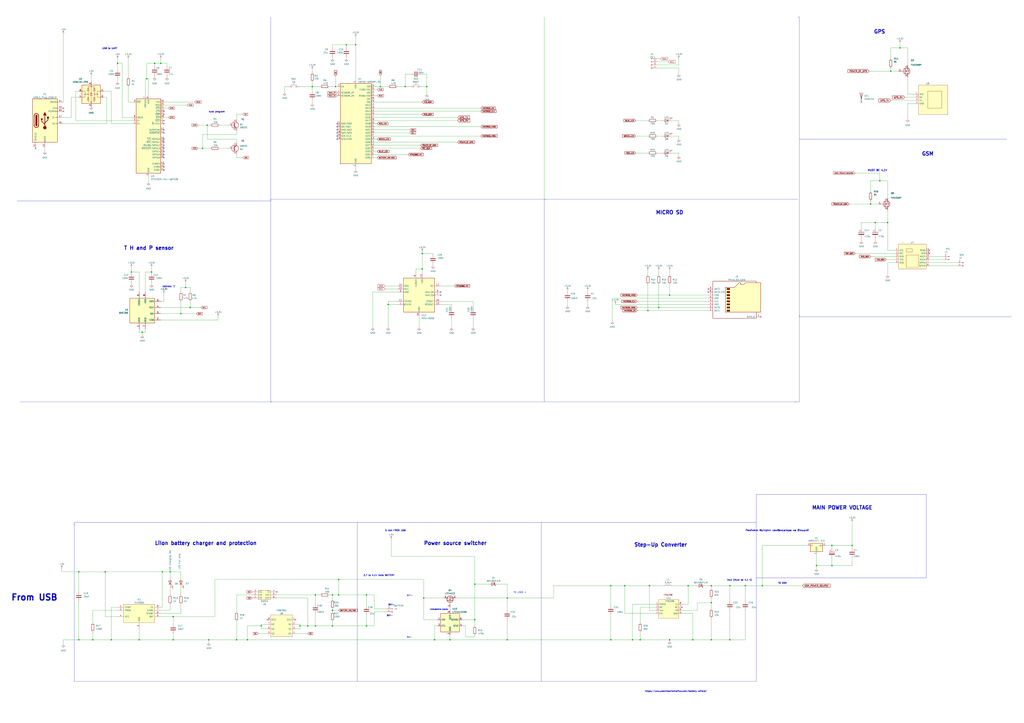
<source format=kicad_sch>
(kicad_sch (version 20231120) (generator "eeschema") (generator_version "8.0")
  (paper "A1")
  (junction (at 670.56 464.82))
  (junction (at 156.21 252.73))
  (junction (at 332.74 71.12))
  (junction (at 252.73 514.35))
  (junction (at 76.2 525.78))
  (junction (at 194.31 525.78))
  (junction (at 532.13 255.27))
  (junction (at 124.46 223.52))
  (junction (at 171.45 525.78))
  (junction (at 284.48 36.83))
  (junction (at 347.98 491.49))
  (junction (at 599.44 481.33))
  (junction (at 728.98 182.88))
  (junction (at 278.13 476.25))
  (junction (at 533.4 481.33))
  (junction (at 568.96 525.78))
  (junction (at 584.2 481.33))
  (junction (at 722.63 148.59))
  (junction (at 64.77 525.78))
  (junction (at 541.02 252.73))
  (junction (at 718.82 182.88))
  (junction (at 64.77 469.9))
  (junction (at 369.57 525.78))
  (junction (at 170.18 102.87))
  (junction (at 584.2 525.78))
  (junction (at 549.91 242.57))
  (junction (at 166.37 121.92))
  (junction (at 350.52 71.12))
  (junction (at 132.08 52.07))
  (junction (at 525.78 525.78))
  (junction (at 519.43 525.78))
  (junction (at 565.15 481.33))
  (junction (at 549.91 525.78))
  (junction (at 584.2 495.3))
  (junction (at 699.77 448.31))
  (junction (at 626.11 481.33))
  (junction (at 739.14 39.37))
  (junction (at 114.3 525.78))
  (junction (at 300.99 514.35))
  (junction (at 142.24 525.78))
  (junction (at 152.4 236.22))
  (junction (at 259.08 514.35))
  (junction (at 356.87 525.78))
  (junction (at 318.77 250.19))
  (junction (at 501.65 481.33))
  (junction (at 107.95 223.52))
  (junction (at 731.52 58.42))
  (junction (at 312.42 71.12))
  (junction (at 148.59 257.81))
  (junction (at 96.52 52.07))
  (junction (at 133.35 469.9))
  (junction (at 300.99 488.95))
  (junction (at 346.71 220.98))
  (junction (at 389.89 480.06))
  (junction (at 599.44 525.78))
  (junction (at 612.14 481.33))
  (junction (at 275.59 71.12))
  (junction (at 416.56 491.49))
  (junction (at 259.08 488.95))
  (junction (at 139.7 469.9))
  (junction (at 214.63 514.35))
  (junction (at 203.2 525.78))
  (junction (at 273.05 501.65))
  (junction (at 389.89 509.27))
  (junction (at 683.26 464.82))
  (junction (at 416.56 525.78))
  (junction (at 142.24 506.73))
  (junction (at 715.01 167.64))
  (junction (at 273.05 488.95))
  (junction (at 86.36 469.9))
  (junction (at 116.84 273.05))
  (junction (at 127 52.07))
  (junction (at 91.44 525.78))
  (junction (at 501.65 525.78))
  (junction (at 278.13 488.95))
  (junction (at 273.05 514.35))
  (junction (at 256.54 71.12))
  (junction (at 246.38 514.35))
  (junction (at 513.08 481.33))
  (junction (at 292.1 36.83))
  (junction (at 346.71 208.28))
  (junction (at 683.26 448.31))
  (junction (at 120.65 64.77))
  (no_connect (at 361.95 242.57))
  (no_connect (at 581.66 237.49))
  (no_connect (at 560.07 499.11))
  (no_connect (at 52.07 88.9))
  (no_connect (at 134.62 116.84))
  (no_connect (at 134.62 137.16))
  (no_connect (at 134.62 121.92))
  (no_connect (at 763.27 208.28))
  (no_connect (at 242.57 509.27))
  (no_connect (at 134.62 106.68))
  (no_connect (at 227.33 486.41))
  (no_connect (at 276.86 111.76))
  (no_connect (at 29.21 121.92))
  (no_connect (at 134.62 127))
  (no_connect (at 134.62 99.06))
  (no_connect (at 134.62 139.7))
  (no_connect (at 219.71 509.27))
  (no_connect (at 134.62 93.98))
  (no_connect (at 707.39 83.82))
  (no_connect (at 134.62 101.6))
  (no_connect (at 134.62 109.22))
  (no_connect (at 134.62 91.44))
  (no_connect (at 624.84 260.35))
  (no_connect (at 276.86 114.3))
  (no_connect (at 581.66 240.03))
  (no_connect (at 276.86 106.68))
  (no_connect (at 276.86 101.6))
  (no_connect (at 361.95 240.03))
  (no_connect (at 763.27 205.74))
  (no_connect (at 276.86 104.14))
  (no_connect (at 134.62 124.46))
  (no_connect (at 276.86 109.22))
  (no_connect (at 134.62 114.3))
  (no_connect (at 134.62 119.38))
  (no_connect (at 134.62 134.62))
  (no_connect (at 134.62 129.54))
  (no_connect (at 52.07 91.44))
  (wire (pts (xy 745.49 63.5) (xy 745.49 77.47)))
  (wire (pts (xy 745.49 85.09) (xy 745.49 97.79)))
  (wire (pts (xy 96.52 501.65) (xy 76.2 501.65)))
  (wire (pts (xy 124.46 224.79) (xy 124.46 223.52)))
  (wire (pts (xy 64.77 525.78) (xy 52.07 525.78)))
  (wire (pts (xy 727.71 213.36) (xy 735.33 213.36)))
  (wire (pts (xy 132.08 501.65) (xy 139.7 501.65)))
  (wire (pts (xy 737.87 58.42) (xy 731.52 58.42)))
  (wire (pts (xy 148.59 247.65) (xy 148.59 257.81)))
  (wire (pts (xy 551.18 99.06) (xy 557.53 99.06)))
  (wire (pts (xy 256.54 67.31) (xy 256.54 71.12)))
  (wire (pts (xy 76.2 501.65) (xy 76.2 511.81)))
  (wire (pts (xy 389.89 457.2) (xy 389.89 480.06)))
  (wire (pts (xy 148.59 504.19) (xy 148.59 496.57)))
  (polyline (pts (xy 448.31 163.83) (xy 447.04 163.83)))
  (wire (pts (xy 132.08 257.81) (xy 148.59 257.81)))
  (wire (pts (xy 715.01 210.82) (xy 735.33 210.82)))
  (wire (pts (xy 728.98 182.88) (xy 728.98 205.74)))
  (wire (pts (xy 278.13 476.25) (xy 347.98 476.25)))
  (wire (pts (xy 180.34 102.87) (xy 186.69 102.87)))
  (wire (pts (xy 345.44 60.96) (xy 350.52 60.96)))
  (wire (pts (xy 523.24 252.73) (xy 541.02 252.73)))
  (wire (pts (xy 318.77 250.19) (xy 318.77 269.24)))
  (wire (pts (xy 275.59 62.23) (xy 275.59 71.12)))
  (polyline (pts (xy 16.51 330.2) (xy 223.52 330.2)))
  (wire (pts (xy 375.92 96.52) (xy 307.34 96.52)))
  (wire (pts (xy 219.71 513.08) (xy 214.63 513.08)))
  (wire (pts (xy 697.23 167.64) (xy 715.01 167.64)))
  (wire (pts (xy 745.49 77.47) (xy 751.84 77.47)))
  (wire (pts (xy 62.23 99.06) (xy 109.22 99.06)))
  (wire (pts (xy 707.39 182.88) (xy 707.39 187.96)))
  (wire (pts (xy 256.54 71.12) (xy 256.54 74.93)))
  (wire (pts (xy 300.99 488.95) (xy 307.34 488.95)))
  (wire (pts (xy 307.34 106.68) (xy 336.55 106.68)))
  (wire (pts (xy 96.52 52.07) (xy 100.33 52.07)))
  (wire (pts (xy 501.65 505.46) (xy 501.65 525.78)))
  (wire (pts (xy 599.44 481.33) (xy 612.14 481.33)))
  (wire (pts (xy 278.13 488.95) (xy 300.99 488.95)))
  (wire (pts (xy 702.31 208.28) (xy 735.33 208.28)))
  (wire (pts (xy 105.41 71.12) (xy 105.41 83.82)))
  (wire (pts (xy 50.8 467.36) (xy 50.8 469.9)))
  (wire (pts (xy 252.73 514.35) (xy 252.73 491.49)))
  (wire (pts (xy 584.2 481.33) (xy 584.2 483.87)))
  (wire (pts (xy 521.97 99.06) (xy 532.13 99.06)))
  (wire (pts (xy 91.44 101.6) (xy 109.22 101.6)))
  (wire (pts (xy 312.42 62.23) (xy 312.42 71.12)))
  (wire (pts (xy 541.02 222.25) (xy 541.02 226.06)))
  (wire (pts (xy 246.38 516.89) (xy 242.57 516.89)))
  (wire (pts (xy 148.59 236.22) (xy 152.4 236.22)))
  (wire (pts (xy 256.54 82.55) (xy 256.54 85.09)))
  (wire (pts (xy 86.36 469.9) (xy 86.36 506.73)))
  (wire (pts (xy 321.31 457.2) (xy 389.89 457.2)))
  (wire (pts (xy 87.63 80.01) (xy 85.09 80.01)))
  (wire (pts (xy 312.42 71.12) (xy 318.77 71.12)))
  (wire (pts (xy 731.52 39.37) (xy 739.14 39.37)))
  (wire (pts (xy 300.99 505.46) (xy 300.99 514.35)))
  (wire (pts (xy 551.18 111.76) (xy 557.53 111.76)))
  (wire (pts (xy 416.56 480.06) (xy 416.56 491.49)))
  (wire (pts (xy 307.34 116.84) (xy 375.92 116.84)))
  (wire (pts (xy 139.7 482.6) (xy 139.7 488.95)))
  (wire (pts (xy 581.66 255.27) (xy 532.13 255.27)))
  (polyline (pts (xy 760.73 406.4) (xy 760.73 474.98)))
  (wire (pts (xy 373.38 234.95) (xy 361.95 234.95)))
  (wire (pts (xy 501.65 525.78) (xy 519.43 525.78)))
  (polyline (pts (xy 293.37 560.07) (xy 293.37 429.26)))
  (wire (pts (xy 345.44 121.92) (xy 307.34 121.92)))
  (wire (pts (xy 127 52.07) (xy 120.65 52.07)))
  (wire (pts (xy 549.91 233.68) (xy 549.91 242.57)))
  (wire (pts (xy 513.08 481.33) (xy 533.4 481.33)))
  (wire (pts (xy 454.66 491.49) (xy 454.66 481.33)))
  (wire (pts (xy 683.26 464.82) (xy 699.77 464.82)))
  (wire (pts (xy 699.77 448.31) (xy 699.77 450.85)))
  (wire (pts (xy 523.24 242.57) (xy 549.91 242.57)))
  (wire (pts (xy 347.98 491.49) (xy 347.98 509.27)))
  (polyline (pts (xy 621.03 560.07) (xy 444.5 560.07)))
  (wire (pts (xy 539.75 53.34) (xy 557.53 53.34)))
  (wire (pts (xy 389.89 480.06) (xy 389.89 509.27)))
  (wire (pts (xy 179.07 260.35) (xy 179.07 262.89)))
  (wire (pts (xy 369.57 525.78) (xy 416.56 525.78)))
  (polyline (pts (xy 444.5 429.26) (xy 444.5 560.07)))
  (wire (pts (xy 166.37 110.49) (xy 166.37 121.92)))
  (wire (pts (xy 233.68 71.12) (xy 233.68 76.2)))
  (wire (pts (xy 612.14 481.33) (xy 626.11 481.33)))
  (wire (pts (xy 523.24 247.65) (xy 581.66 247.65)))
  (wire (pts (xy 292.1 36.83) (xy 284.48 36.83)))
  (wire (pts (xy 539.75 50.8) (xy 548.64 50.8)))
  (wire (pts (xy 156.21 247.65) (xy 156.21 252.73)))
  (wire (pts (xy 259.08 488.95) (xy 259.08 496.57)))
  (wire (pts (xy 137.16 52.07) (xy 132.08 52.07)))
  (wire (pts (xy 142.24 506.73) (xy 176.53 506.73)))
  (wire (pts (xy 87.63 101.6) (xy 87.63 80.01)))
  (wire (pts (xy 702.31 142.24) (xy 722.63 142.24)))
  (wire (pts (xy 148.59 469.9) (xy 148.59 474.98)))
  (wire (pts (xy 670.56 455.93) (xy 670.56 464.82)))
  (wire (pts (xy 307.34 502.92) (xy 307.34 514.35)))
  (wire (pts (xy 134.62 96.52) (xy 138.43 96.52)))
  (wire (pts (xy 513.08 504.19) (xy 538.48 504.19)))
  (wire (pts (xy 58.42 96.52) (xy 58.42 80.01)))
  (wire (pts (xy 203.2 525.78) (xy 356.87 525.78)))
  (wire (pts (xy 273.05 488.95) (xy 278.13 488.95)))
  (wire (pts (xy 148.59 482.6) (xy 148.59 488.95)))
  (wire (pts (xy 96.52 48.26) (xy 96.52 52.07)))
  (wire (pts (xy 742.95 80.01) (xy 751.84 80.01)))
  (wire (pts (xy 763.27 215.9) (xy 786.13 215.9)))
  (wire (pts (xy 416.56 525.78) (xy 501.65 525.78)))
  (wire (pts (xy 447.04 13.97) (xy 447.04 163.83)))
  (wire (pts (xy 139.7 501.65) (xy 139.7 496.57)))
  (wire (pts (xy 96.52 57.15) (xy 96.52 52.07)))
  (wire (pts (xy 292.1 137.16) (xy 292.1 139.7)))
  (wire (pts (xy 194.31 510.54) (xy 194.31 525.78)))
  (wire (pts (xy 557.53 125.73) (xy 557.53 128.27)))
  (wire (pts (xy 252.73 514.35) (xy 259.08 514.35)))
  (polyline (pts (xy 656.59 330.2) (xy 652.78 330.2)))
  (wire (pts (xy 214.63 513.08) (xy 214.63 514.35)))
  (wire (pts (xy 132.08 504.19) (xy 148.59 504.19)))
  (wire (pts (xy 394.97 88.9) (xy 307.34 88.9)))
  (wire (pts (xy 341.63 220.98) (xy 341.63 224.79)))
  (wire (pts (xy 728.98 205.74) (xy 735.33 205.74)))
  (wire (pts (xy 359.41 509.27) (xy 347.98 509.27)))
  (wire (pts (xy 538.48 499.11) (xy 525.78 499.11)))
  (polyline (pts (xy 621.03 429.26) (xy 621.03 406.4)))
  (wire (pts (xy 284.48 36.83) (xy 273.05 36.83)))
  (wire (pts (xy 560.07 504.19) (xy 568.96 504.19)))
  (wire (pts (xy 341.63 220.98) (xy 346.71 220.98)))
  (wire (pts (xy 170.18 102.87) (xy 172.72 102.87)))
  (wire (pts (xy 335.28 127) (xy 307.34 127)))
  (wire (pts (xy 96.52 506.73) (xy 86.36 506.73)))
  (wire (pts (xy 579.12 481.33) (xy 584.2 481.33)))
  (wire (pts (xy 278.13 501.65) (xy 273.05 501.65)))
  (polyline (pts (xy 621.03 406.4) (xy 760.73 406.4)))
  (wire (pts (xy 96.52 499.11) (xy 91.44 499.11)))
  (wire (pts (xy 532.13 255.27) (xy 532.13 233.68)))
  (wire (pts (xy 670.56 464.82) (xy 683.26 464.82)))
  (wire (pts (xy 307.34 114.3) (xy 309.88 114.3)))
  (wire (pts (xy 194.31 97.79) (xy 194.31 93.98)))
  (wire (pts (xy 408.94 480.06) (xy 416.56 480.06)))
  (wire (pts (xy 718.82 182.88) (xy 707.39 182.88)))
  (wire (pts (xy 584.2 525.78) (xy 599.44 525.78)))
  (wire (pts (xy 105.41 83.82) (xy 109.22 83.82)))
  (wire (pts (xy 541.02 252.73) (xy 581.66 252.73)))
  (wire (pts (xy 346.71 83.82) (xy 307.34 83.82)))
  (wire (pts (xy 252.73 491.49) (xy 227.33 491.49)))
  (wire (pts (xy 105.41 48.26) (xy 105.41 63.5)))
  (wire (pts (xy 107.95 232.41) (xy 107.95 233.68)))
  (wire (pts (xy 565.15 481.33) (xy 571.5 481.33)))
  (wire (pts (xy 227.33 488.95) (xy 259.08 488.95)))
  (wire (pts (xy 152.4 236.22) (xy 156.21 236.22)))
  (wire (pts (xy 549.91 222.25) (xy 549.91 226.06)))
  (wire (pts (xy 612.14 481.33) (xy 612.14 494.03)))
  (wire (pts (xy 127 52.07) (xy 127 54.61)))
  (wire (pts (xy 584.2 481.33) (xy 599.44 481.33)))
  (wire (pts (xy 252.73 520.7) (xy 242.57 520.7)))
  (wire (pts (xy 346.71 207.01) (xy 346.71 208.28)))
  (wire (pts (xy 557.53 48.26) (xy 557.53 53.34)))
  (wire (pts (xy 236.22 71.12) (xy 233.68 71.12)))
  (wire (pts (xy 584.2 508) (xy 584.2 525.78)))
  (wire (pts (xy 731.52 82.55) (xy 751.84 82.55)))
  (polyline (pts (xy 656.59 215.9) (xy 656.59 260.35)))
  (wire (pts (xy 120.65 64.77) (xy 121.92 64.77)))
  (wire (pts (xy 306.07 240.03) (xy 306.07 269.24)))
  (wire (pts (xy 466.09 251.46) (xy 466.09 247.65)))
  (wire (pts (xy 505.46 250.19) (xy 581.66 250.19)))
  (wire (pts (xy 728.98 148.59) (xy 728.98 162.56)))
  (wire (pts (xy 162.56 121.92) (xy 166.37 121.92)))
  (wire (pts (xy 203.2 514.35) (xy 203.2 525.78)))
  (polyline (pts (xy 60.96 560.07) (xy 295.91 560.07)))
  (wire (pts (xy 599.44 525.78) (xy 612.14 525.78)))
  (polyline (pts (xy 293.37 429.26) (xy 444.5 429.26)))
  (wire (pts (xy 300.99 514.35) (xy 307.34 514.35)))
  (wire (pts (xy 76.2 519.43) (xy 76.2 525.78)))
  (wire (pts (xy 626.11 481.33) (xy 626.11 448.31)))
  (wire (pts (xy 584.2 495.3) (xy 584.2 491.49)))
  (wire (pts (xy 273.05 36.83) (xy 273.05 39.37)))
  (wire (pts (xy 379.73 509.27) (xy 389.89 509.27)))
  (wire (pts (xy 416.56 491.49) (xy 416.56 501.65)))
  (wire (pts (xy 350.52 71.12) (xy 350.52 77.47)))
  (wire (pts (xy 100.33 96.52) (xy 109.22 96.52)))
  (wire (pts (xy 194.31 488.95) (xy 194.31 502.92)))
  (wire (pts (xy 382.27 514.35) (xy 379.73 514.35)))
  (wire (pts (xy 382.27 514.35) (xy 382.27 523.24)))
  (wire (pts (xy 273.05 501.65) (xy 273.05 502.92)))
  (wire (pts (xy 482.6 251.46) (xy 482.6 247.65)))
  (wire (pts (xy 344.17 269.24) (xy 344.17 260.35)))
  (wire (pts (xy 332.74 71.12) (xy 336.55 71.12)))
  (wire (pts (xy 718.82 182.88) (xy 728.98 182.88)))
  (wire (pts (xy 394.97 111.76) (xy 307.34 111.76)))
  (wire (pts (xy 751.84 85.09) (xy 745.49 85.09)))
  (wire (pts (xy 321.31 443.23) (xy 321.31 457.2)))
  (wire (pts (xy 715.01 157.48) (xy 715.01 148.59)))
  (wire (pts (xy 256.54 71.12) (xy 262.89 71.12)))
  (wire (pts (xy 538.48 496.57) (xy 519.43 496.57)))
  (wire (pts (xy 539.75 125.73) (xy 543.56 125.73)))
  (wire (pts (xy 124.46 232.41) (xy 124.46 233.68)))
  (wire (pts (xy 521.97 125.73) (xy 532.13 125.73)))
  (wire (pts (xy 346.71 93.98) (xy 307.34 93.98)))
  (wire (pts (xy 525.78 499.11) (xy 525.78 511.81)))
  (wire (pts (xy 91.44 525.78) (xy 114.3 525.78)))
  (wire (pts (xy 76.2 525.78) (xy 91.44 525.78)))
  (wire (pts (xy 273.05 500.38) (xy 273.05 501.65)))
  (polyline (pts (xy 447.04 163.83) (xy 447.04 330.2)))
  (wire (pts (xy 52.07 525.78) (xy 52.07 529.59)))
  (wire (pts (xy 699.77 458.47) (xy 699.77 464.82)))
  (wire (pts (xy 599.44 481.33) (xy 599.44 494.03)))
  (polyline (pts (xy 222.25 330.2) (xy 222.25 163.83)))
  (wire (pts (xy 565.15 481.33) (xy 565.15 496.57)))
  (wire (pts (xy 581.66 245.11) (xy 502.92 245.11)))
  (wire (pts (xy 107.95 223.52) (xy 107.95 224.79)))
  (wire (pts (xy 162.56 102.87) (xy 170.18 102.87)))
  (wire (pts (xy 332.74 60.96) (xy 332.74 71.12)))
  (wire (pts (xy 316.23 234.95) (xy 326.39 234.95)))
  (wire (pts (xy 389.89 509.27) (xy 389.89 514.35)))
  (wire (pts (xy 148.59 240.03) (xy 148.59 236.22)))
  (wire (pts (xy 552.45 481.33) (xy 565.15 481.33)))
  (wire (pts (xy 713.74 58.42) (xy 731.52 58.42)))
  (wire (pts (xy 501.65 481.33) (xy 513.08 481.33)))
  (wire (pts (xy 137.16 52.07) (xy 137.16 54.61)))
  (wire (pts (xy 292.1 36.83) (xy 292.1 66.04)))
  (wire (pts (xy 114.3 525.78) (xy 142.24 525.78)))
  (wire (pts (xy 551.18 125.73) (xy 557.53 125.73)))
  (wire (pts (xy 326.39 247.65) (xy 318.77 247.65)))
  (polyline (pts (xy 656.59 114.3) (xy 826.77 114.3)))
  (wire (pts (xy 382.27 523.24) (xy 389.89 523.24)))
  (wire (pts (xy 52.07 101.6) (xy 87.63 101.6)))
  (wire (pts (xy 683.26 458.47) (xy 683.26 464.82)))
  (wire (pts (xy 502.92 245.11) (xy 502.92 264.16)))
  (polyline (pts (xy 656.59 114.3) (xy 656.59 13.97)))
  (wire (pts (xy 721.36 167.64) (xy 715.01 167.64)))
  (wire (pts (xy 731.52 58.42) (xy 731.52 55.88)))
  (wire (pts (xy 273.05 514.35) (xy 300.99 514.35)))
  (wire (pts (xy 307.34 71.12) (xy 312.42 71.12)))
  (wire (pts (xy 612.14 501.65) (xy 612.14 525.78)))
  (wire (pts (xy 565.15 496.57) (xy 560.07 496.57)))
  (wire (pts (xy 307.34 78.74) (xy 309.88 78.74)))
  (wire (pts (xy 361.95 250.19) (xy 370.84 250.19)))
  (wire (pts (xy 180.34 121.92) (xy 186.69 121.92)))
  (polyline (pts (xy 654.05 163.83) (xy 655.32 163.83)))
  (wire (pts (xy 739.14 39.37) (xy 745.49 39.37)))
  (wire (pts (xy 346.71 220.98) (xy 346.71 224.79)))
  (wire (pts (xy 513.08 481.33) (xy 513.08 504.19)))
  (wire (pts (xy 171.45 528.32) (xy 171.45 525.78)))
  (wire (pts (xy 107.95 223.52) (xy 114.3 223.52)))
  (polyline (pts (xy 760.73 474.98) (xy 621.03 474.98)))
  (wire (pts (xy 718.82 195.58) (xy 718.82 198.12)))
  (wire (pts (xy 212.09 520.7) (xy 219.71 520.7)))
  (wire (pts (xy 259.08 514.35) (xy 273.05 514.35)))
  (wire (pts (xy 718.82 187.96) (xy 718.82 182.88)))
  (wire (pts (xy 156.21 236.22) (xy 156.21 240.03)))
  (wire (pts (xy 292.1 30.48) (xy 292.1 36.83)))
  (wire (pts (xy 326.39 71.12) (xy 332.74 71.12)))
  (wire (pts (xy 745.49 39.37) (xy 745.49 53.34)))
  (wire (pts (xy 107.95 219.71) (xy 107.95 223.52)))
  (wire (pts (xy 482.6 240.03) (xy 482.6 238.76)))
  (wire (pts (xy 549.91 527.05) (xy 549.91 525.78)))
  (wire (pts (xy 519.43 525.78) (xy 525.78 525.78)))
  (wire (pts (xy 214.63 516.89) (xy 219.71 516.89)))
  (polyline (pts (xy 13.97 165.1) (xy 222.25 165.1)))
  (wire (pts (xy 137.16 62.23) (xy 137.16 63.5)))
  (wire (pts (xy 64.77 74.93) (xy 62.23 74.93)))
  (wire (pts (xy 568.96 504.19) (xy 568.96 525.78)))
  (wire (pts (xy 119.38 64.77) (xy 120.65 64.77)))
  (wire (pts (xy 259.08 504.19) (xy 259.08 514.35)))
  (wire (pts (xy 549.91 242.57) (xy 581.66 242.57)))
  (wire (pts (xy 337.82 60.96) (xy 332.74 60.96)))
  (wire (pts (xy 763.27 210.82) (xy 774.7 210.82)))
  (wire (pts (xy 171.45 525.78) (xy 194.31 525.78)))
  (wire (pts (xy 246.38 514.35) (xy 252.73 514.35)))
  (wire (pts (xy 259.08 488.95) (xy 262.89 488.95)))
  (wire (pts (xy 114.3 273.05) (xy 116.84 273.05)))
  (wire (pts (xy 370.84 250.19) (xy 370.84 254)))
  (wire (pts (xy 270.51 488.95) (xy 273.05 488.95)))
  (wire (pts (xy 307.34 500.38) (xy 317.5 500.38)))
  (wire (pts (xy 541.02 252.73) (xy 541.02 233.68)))
  (wire (pts (xy 519.43 496.57) (xy 519.43 525.78)))
  (polyline (pts (xy 222.25 13.97) (xy 222.25 165.1)))
  (wire (pts (xy 176.53 476.25) (xy 278.13 476.25)))
  (wire (pts (xy 119.38 223.52) (xy 124.46 223.52)))
  (wire (pts (xy 683.26 448.31) (xy 699.77 448.31)))
  (wire (pts (xy 728.98 172.72) (xy 728.98 182.88)))
  (wire (pts (xy 728.98 215.9) (xy 728.98 226.06)))
  (wire (pts (xy 549.91 525.78) (xy 568.96 525.78)))
  (wire (pts (xy 284.48 36.83) (xy 284.48 39.37)))
  (wire (pts (xy 369.57 499.11) (xy 369.57 501.65)))
  (wire (pts (xy 52.07 96.52) (xy 58.42 96.52)))
  (wire (pts (xy 50.8 469.9) (xy 64.77 469.9)))
  (wire (pts (xy 132.08 252.73) (xy 156.21 252.73)))
  (wire (pts (xy 116.84 273.05) (xy 116.84 275.59)))
  (wire (pts (xy 132.08 52.07) (xy 132.08 48.26)))
  (wire (pts (xy 156.21 252.73) (xy 165.1 252.73)))
  (wire (pts (xy 86.36 469.9) (xy 64.77 469.9)))
  (wire (pts (xy 166.37 121.92) (xy 172.72 121.92)))
  (wire (pts (xy 52.07 27.94) (xy 52.07 83.82)))
  (polyline (pts (xy 656.59 259.08) (xy 656.59 330.2)))
  (wire (pts (xy 194.31 129.54) (xy 199.39 129.54)))
  (wire (pts (xy 568.96 525.78) (xy 584.2 525.78)))
  (wire (pts (xy 307.34 73.66) (xy 309.88 73.66)))
  (wire (pts (xy 370.84 269.24) (xy 370.84 261.62)))
  (wire (pts (xy 533.4 481.33) (xy 533.4 501.65)))
  (wire (pts (xy 356.87 525.78) (xy 369.57 525.78)))
  (wire (pts (xy 64.77 525.78) (xy 76.2 525.78)))
  (wire (pts (xy 120.65 52.07) (xy 120.65 64.77)))
  (wire (pts (xy 345.44 119.38) (xy 307.34 119.38)))
  (wire (pts (xy 132.08 247.65) (xy 134.62 247.65)))
  (wire (pts (xy 91.44 74.93) (xy 91.44 101.6)))
  (wire (pts (xy 394.97 91.44) (xy 307.34 91.44)))
  (wire (pts (xy 763.27 218.44) (xy 786.13 218.44)))
  (wire (pts (xy 100.33 52.07) (xy 100.33 96.52)))
  (wire (pts (xy 194.31 127) (xy 194.31 129.54)))
  (wire (pts (xy 121.92 149.86) (xy 121.92 144.78)))
  (wire (pts (xy 242.57 513.08) (xy 246.38 513.08)))
  (wire (pts (xy 214.63 514.35) (xy 214.63 516.89)))
  (wire (pts (xy 194.31 525.78) (xy 203.2 525.78)))
  (wire (pts (xy 317.5 502.92) (xy 307.34 502.92)))
  (polyline (pts (xy 655.32 13.97) (xy 656.59 13.97)))
  (wire (pts (xy 416.56 491.49) (xy 454.66 491.49)))
  (wire (pts (xy 309.88 124.46) (xy 307.34 124.46)))
  (wire (pts (xy 133.35 469.9) (xy 133.35 499.11)))
  (wire (pts (xy 707.39 195.58) (xy 707.39 198.12)))
  (wire (pts (xy 127 63.5) (xy 127 62.23)))
  (wire (pts (xy 96.52 67.31) (xy 96.52 64.77)))
  (wire (pts (xy 273.05 510.54) (xy 273.05 514.35)))
  (wire (pts (xy 307.34 99.06) (xy 375.92 99.06)))
  (wire (pts (xy 273.05 488.95) (xy 273.05 492.76)))
  (wire (pts (xy 539.75 99.06) (xy 543.56 99.06)))
  (wire (pts (xy 309.88 101.6) (xy 307.34 101.6)))
  (wire (pts (xy 119.38 240.03) (xy 119.38 223.52)))
  (wire (pts (xy 309.88 129.54) (xy 307.34 129.54)))
  (wire (pts (xy 307.34 109.22) (xy 336.55 109.22)))
  (wire (pts (xy 346.71 71.12) (xy 350.52 71.12)))
  (wire (pts (xy 246.38 513.08) (xy 246.38 514.35)))
  (wire (pts (xy 307.34 488.95) (xy 307.34 500.38)))
  (wire (pts (xy 532.13 222.25) (xy 532.13 226.06)))
  (wire (pts (xy 270.51 71.12) (xy 275.59 71.12)))
  (wire (pts (xy 350.52 60.96) (xy 350.52 71.12)))
  (wire (pts (xy 355.6 218.44) (xy 355.6 217.17)))
  (polyline (pts (xy 656.59 260.35) (xy 830.58 260.35)))
  (wire (pts (xy 134.62 88.9) (xy 138.43 88.9)))
  (wire (pts (xy 36.83 121.92) (xy 36.83 124.46)))
  (wire (pts (xy 626.11 448.31) (xy 662.94 448.31)))
  (wire (pts (xy 369.57 521.97) (xy 369.57 525.78)))
  (wire (pts (xy 374.65 491.49) (xy 416.56 491.49)))
  (polyline (pts (xy 447.04 330.2) (xy 654.05 330.2)))
  (wire (pts (xy 114.3 516.89) (xy 114.3 525.78)))
  (wire (pts (xy 62.23 74.93) (xy 62.23 99.06)))
  (wire (pts (xy 722.63 148.59) (xy 728.98 148.59)))
  (wire (pts (xy 152.4 232.41) (xy 152.4 236.22)))
  (wire (pts (xy 347.98 491.49) (xy 364.49 491.49)))
  (wire (pts (xy 318.77 247.65) (xy 318.77 250.19)))
  (wire (pts (xy 557.53 111.76) (xy 557.53 114.3)))
  (polyline (pts (xy 60.96 429.26) (xy 60.96 431.8)))
  (wire (pts (xy 539.75 48.26) (xy 542.29 48.26)))
  (wire (pts (xy 273.05 48.26) (xy 273.05 46.99)))
  (wire (pts (xy 763.27 213.36) (xy 774.7 213.36)))
  (polyline (pts (xy 444.5 429.26) (xy 621.03 429.26)))
  (wire (pts (xy 538.48 501.65) (xy 533.4 501.65)))
  (wire (pts (xy 626.11 481.33) (xy 659.13 481.33)))
  (polyline (pts (xy 656.59 215.9) (xy 656.59 114.3)))
  (wire (pts (xy 124.46 219.71) (xy 124.46 223.52)))
  (wire (pts (xy 557.53 55.88) (xy 557.53 60.96)))
  (wire (pts (xy 525.78 519.43) (xy 525.78 525.78)))
  (wire (pts (xy 121.92 64.77) (xy 121.92 78.74)))
  (wire (pts (xy 356.87 514.35) (xy 359.41 514.35)))
  (wire (pts (xy 501.65 481.33) (xy 501.65 497.84)))
  (wire (pts (xy 203.2 514.35) (xy 214.63 514.35)))
  (wire (pts (xy 346.71 208.28) (xy 355.6 208.28)))
  (wire (pts (xy 116.84 273.05) (xy 119.38 273.05)))
  (wire (pts (xy 194.31 107.95) (xy 194.31 110.49)))
  (wire (pts (xy 176.53 506.73) (xy 176.53 476.25)))
  (wire (pts (xy 85.09 74.93) (xy 91.44 74.93)))
  (wire (pts (xy 735.33 215.9) (xy 728.98 215.9)))
  (polyline (pts (xy 293.37 429.26) (xy 60.96 429.26)))
  (wire (pts (xy 389.89 523.24) (xy 389.89 521.97)))
  (wire (pts (xy 127 52.07) (xy 132.08 52.07)))
  (wire (pts (xy 521.97 111.76) (xy 532.13 111.76)))
  (wire (pts (xy 533.4 481.33) (xy 544.83 481.33)))
  (wire (pts (xy 557.53 99.06) (xy 557.53 101.6)))
  (wire (pts (xy 134.62 86.36) (xy 153.67 86.36)))
  (wire (pts (xy 134.62 83.82) (xy 160.02 83.82)))
  (wire (pts (xy 132.08 499.11) (xy 133.35 499.11)))
  (polyline (pts (xy 621.03 429.26) (xy 621.03 560.07)))
  (wire (pts (xy 134.62 247.65) (xy 134.62 241.3)))
  (wire (pts (xy 539.75 111.76) (xy 543.56 111.76)))
  (wire (pts (xy 194.31 114.3) (xy 170.18 114.3)))
  (wire (pts (xy 142.24 525.78) (xy 171.45 525.78)))
  (wire (pts (xy 64.77 494.03) (xy 64.77 525.78)))
  (wire (pts (xy 523.24 255.27) (xy 532.13 255.27)))
  (wire (pts (xy 91.44 499.11) (xy 91.44 525.78)))
  (wire (pts (xy 86.36 469.9) (xy 133.35 469.9)))
  (wire (pts (xy 194.31 116.84) (xy 194.31 114.3)))
  (wire (pts (xy 356.87 525.78) (xy 356.87 514.35)))
  (wire (pts (xy 599.44 501.65) (xy 599.44 525.78)))
  (wire (pts (xy 119.38 78.74) (xy 119.38 64.77)))
  (wire (pts (xy 139.7 474.98) (xy 139.7 469.9)))
  (wire (pts (xy 300.99 488.95) (xy 300.99 497.84)))
  (wire (pts (xy 355.6 209.55) (xy 355.6 208.28)))
  (wire (pts (xy 74.93 62.23) (xy 74.93 67.31)))
  (wire (pts (xy 683.26 448.31) (xy 683.26 450.85)))
  (wire (pts (xy 132.08 506.73) (xy 142.24 506.73)))
  (wire (pts (xy 148.59 257.81) (xy 161.29 257.81)))
  (wire (pts (xy 139.7 469.9) (xy 148.59 469.9)))
  (wire (pts (xy 584.2 495.3) (xy 584.2 500.38)))
  (wire (pts (xy 560.07 501.65) (xy 572.77 501.65)))
  (wire (pts (xy 394.97 104.14) (xy 307.34 104.14)))
  (wire (pts (xy 142.24 520.7) (xy 142.24 525.78)))
  (wire (pts (xy 318.77 250.19) (xy 326.39 250.19)))
  (wire (pts (xy 739.14 35.56) (xy 739.14 39.37)))
  (wire (pts (xy 114.3 270.51) (xy 114.3 273.05)))
  (wire (pts (xy 256.54 57.15) (xy 256.54 59.69)))
  (wire (pts (xy 416.56 509.27) (xy 416.56 525.78)))
  (polyline (pts (xy 60.96 430.53) (xy 60.96 560.07)))
  (wire (pts (xy 715.01 167.64) (xy 715.01 165.1)))
  (wire (pts (xy 572.77 501.65) (xy 572.77 495.3)))
  (wire (pts (xy 346.71 208.28) (xy 346.71 220.98)))
  (wire (pts (xy 699.77 429.26) (xy 699.77 448.31)))
  (wire (pts (xy 246.38 514.35) (xy 246.38 516.89)))
  (wire (pts (xy 347.98 476.25) (xy 347.98 491.49)))
  (wire (pts (xy 388.62 247.65) (xy 388.62 254)))
  (wire (pts (xy 64.77 469.9) (xy 64.77 486.41)))
  (wire (pts (xy 275.59 71.12) (xy 276.86 71.12)))
  (wire (pts (xy 388.62 261.62) (xy 388.62 269.24)))
  (wire (pts (xy 278.13 476.25) (xy 278.13 488.95)))
  (wire (pts (xy 361.95 247.65) (xy 388.62 247.65)))
  (wire (pts (xy 670.56 467.36) (xy 670.56 464.82)))
  (wire (pts (xy 316.23 237.49) (xy 326.39 237.49)))
  (wire (pts (xy 326.39 240.03) (xy 306.07 240.03)))
  (polyline (pts (xy 222.25 163.83) (xy 654.05 163.83)))
  (wire (pts (xy 284.48 48.26) (xy 284.48 46.99)))
  (wire (pts (xy 678.18 448.31) (xy 683.26 448.31)))
  (wire (pts (xy 389.89 480.06) (xy 401.32 480.06)))
  (wire (pts (xy 722.63 142.24) (xy 722.63 148.59)))
  (wire (pts (xy 525.78 525.78) (xy 549.91 525.78)))
  (wire (pts (xy 170.18 114.3) (xy 170.18 102.87)))
  (wire (pts (xy 194.31 110.49) (xy 166.37 110.49)))
  (wire (pts (xy 114.3 223.52) (xy 114.3 240.03)))
  (wire (pts (xy 132.08 262.89) (xy 179.07 262.89)))
  (wire (pts (xy 454.66 481.33) (xy 501.65 481.33)))
  (wire (pts (xy 246.38 71.12) (xy 256.54 71.12)))
  (wire (pts (xy 731.52 48.26) (xy 731.52 39.37)))
  (polyline (pts (xy 447.04 330.2) (xy 222.25 330.2)))
  (wire (pts (xy 572.77 495.3) (xy 584.2 495.3)))
  (wire (pts (xy 207.01 488.95) (xy 194.31 488.95)))
  (wire (pts (xy 58.42 80.01) (xy 64.77 80.01)))
  (wire (pts (xy 194.31 93.98) (xy 199.39 93.98)))
  (wire (pts (xy 466.09 240.03) (xy 466.09 238.76)))
  (wire (pts (xy 715.01 148.59) (xy 722.63 148.59)))
  (wire (pts (xy 139.7 469.9) (xy 133.35 469.9)))
  (wire (pts (xy 539.75 55.88) (xy 557.53 55.88)))
  (wire (pts (xy 142.24 506.73) (xy 142.24 513.08)))
  (wire (pts (xy 119.38 273.05) (xy 119.38 270.51)))
  (polyline (pts (xy 444.5 560.07) (xy 295.91 560.07)))
  (text "MUST BE 4.1V\n" (at 712.47 140.97 0) (effects (font (size 1.5 1.5) (thickness 0.3) (bold yes)) (justify left bottom)))
  (text "Address '1'" (at 133.35 236.22 0) (effects (font (size 1.27 1.27) (bold yes)) (justify left bottom)))
  (text "ПЕРЕВІРИТИ СХЕМУ" (at 353.06 501.65 0) (effects (font (size 1 1) (thickness 0.3) (bold yes)) (justify left bottom)))
  (text "T H and P sensor" (at 101.6 205.74 0) (effects (font (size 3 3) (bold yes)) (justify left bottom)))
  (text "Auto program" (at 171.45 92.71 0) (effects (font (size 1.27 1.27) (thickness 0.254) (bold yes)) (justify left bottom)))
  (text "GSM" (at 756.92 128.27 0) (effects (font (size 3 3) (bold yes)) (justify left bottom)))
  (text "GPS" (at 717.55 27.94 0) (effects (font (size 3 3) (bold yes)) (justify left bottom)))
  (text "MAIN POWER VOLTAGE" (at 666.75 419.1 0) (effects (font (size 3 3) (bold yes)) (justify left bottom)))
  (text "Y1" (at 198.12 99.06 0) (effects (font (size 1.27 1.27) (thickness 0.254) (bold yes)) (justify left bottom)))
  (text "Power source switcher" (at 347.98 448.31 0) (effects (font (size 3 3) (thickness 0.6) (bold yes)) (justify left bottom)))
  (text "From USB" (at 8.89 494.03 0) (effects (font (size 5 5) (bold yes)) (justify left bottom)))
  (text "2.7 to 4.1V Volts BATTERY" (at 298.45 473.71 0) (effects (font (size 1.27 1.27) (thickness 0.254) (bold yes)) (justify left bottom)))
  (text "Y1" (at 198.12 116.84 0) (effects (font (size 1.27 1.27) (thickness 0.254) (bold yes)) (justify left bottom)))
  (text "Step-Up Converter" (at 520.7 449.58 0) (effects (font (size 3 3) (bold yes)) (justify left bottom)))
  (text "5 Volt FROM USB" (at 316.23 436.88 0) (effects (font (size 1.27 1.27) (thickness 0.254) (bold yes)) (justify left bottom)))
  (text "Поміняти Футпрінт конденсатора на більший" (at 612.14 436.88 0) (effects (font (size 1.5 1.5) (thickness 0.3) (bold yes)) (justify left bottom)))
  (text "BAT+" (at 318.77 497.84 0) (effects (font (size 1.27 1.27) (bold yes)) (justify left bottom)))
  (text "USB to UART" (at 83.82 40.64 0) (effects (font (size 1.27 1.27) (thickness 0.254) (bold yes)) (justify left bottom)))
  (text "TO LOAD +" (at 421.64 487.68 0) (effects (font (size 1.27 1.27)) (justify left bottom)))
  (text "TO GSM" (at 638.81 480.06 0) (effects (font (size 1.27 1.27) (bold yes)) (justify left bottom)))
  (text "BAT+" (at 334.01 490.22 0) (effects (font (size 1.27 1.27)) (justify left bottom)))
  (text "MICRO SD" (at 538.48 176.53 0) (effects (font (size 3 3) (bold yes)) (justify left bottom)))
  (text "BAT-" (at 317.5 506.73 0) (effects (font (size 1.27 1.27) (bold yes)) (justify left bottom)))
  (text "Vout (Must be 4.1 V)" (at 596.9 477.52 0) (effects (font (size 1.27 1.27) (bold yes)) (justify left bottom)))
  (text "LiIon battery charger and protection" (at 127 448.31 0) (effects (font (size 3 3) (bold yes)) (justify left bottom)))
  (text "https://www.electroschematics.com/battery-shield/" (at 529.59 568.96 0) (effects (font (size 1.27 1.27) (bold yes)) (justify left bottom)))
  (text "BAT-" (at 334.01 524.51 0) (effects (font (size 1.27 1.27)) (justify left bottom)))
  (global_label "GPS_RX" (shape input) (at 742.95 80.01 180) (effects (font (thickness 0.254) (bold yes))) (property "Intersheetrefs" "${INTERSHEET_REFS}" (effects (hide yes))))
  (global_label "RED_LED" (shape input) (at 309.88 101.6 0) (effects (font (size 1 1) (thickness 0.254) (bold yes))) (property "Intersheetrefs" "${INTERSHEET_REFS}" (effects (hide yes))))
  (global_label "POWER_OF_GPS" (shape input) (at 713.74 58.42 180) (effects (font (thickness 0.254) (bold yes))) (property "Intersheetrefs" "${INTERSHEET_REFS}" (effects (hide yes))))
  (global_label "SEN_VN" (shape input) (at 276.86 78.74 180) (effects (font (size 1 1) (bold yes))) (property "Intersheetrefs" "${INTERSHEET_REFS}" (effects (hide yes))))
  (global_label "GPS_RX" (shape input) (at 375.92 99.06 0) (effects (font (thickness 0.254) (bold yes))) (property "Intersheetrefs" "${INTERSHEET_REFS}" (effects (hide yes))))
  (global_label "SCL" (shape input) (at 548.64 50.8 0) (property "Intersheetrefs" "${INTERSHEET_REFS}" (effects (hide yes))))
  (global_label "BATTERY_VOLTAGE" (shape input) (at 278.13 501.65 0) (effects (font (size 1 1) (thickness 0.254) (bold yes))) (property "Intersheetrefs" "${INTERSHEET_REFS}" (effects (hide yes))))
  (global_label "POWER_OF_GPS" (shape input) (at 375.92 116.84 0) (effects (font (size 1 1) (thickness 0.254) (bold yes))) (property "Intersheetrefs" "${INTERSHEET_REFS}" (effects (hide yes))))
  (global_label "OD" (shape input) (at 252.73 520.7 0) (effects (font (size 1 1) (thickness 0.2) (bold yes))) (property "Intersheetrefs" "${INTERSHEET_REFS}" (effects (hide yes))))
  (global_label "RXD" (shape input) (at 160.02 83.82 0) (effects (font (size 1 1) (thickness 0.2) (bold yes))) (property "Intersheetrefs" "${INTERSHEET_REFS}" (effects (hide yes))))
  (global_label "SCL" (shape input) (at 165.1 252.73 0) (effects (font (size 1 1) (thickness 0.2) (bold yes))) (property "Intersheetrefs" "${INTERSHEET_REFS}" (effects (hide yes))))
  (global_label "OD" (shape input) (at 207.01 491.49 180) (effects (font (size 1 1) (thickness 0.2) (bold yes))) (property "Intersheetrefs" "${INTERSHEET_REFS}" (effects (hide yes))))
  (global_label "MICROSD_MOSI" (shape input) (at 394.97 111.76 0) (effects (font (size 1 1) (thickness 0.254) (bold yes))) (property "Intersheetrefs" "${INTERSHEET_REFS}" (effects (hide yes))))
  (global_label "RST_GSM" (shape input) (at 345.44 121.92 0) (effects (font (size 1 1) (thickness 0.254) (bold yes))) (property "Intersheetrefs" "${INTERSHEET_REFS}" (effects (hide yes))))
  (global_label "GREEN_LED" (shape input) (at 521.97 111.76 180) (effects (font (size 1 1) (thickness 0.254) (bold yes))) (property "Intersheetrefs" "${INTERSHEET_REFS}" (effects (hide yes))))
  (global_label "POWER_OF_GSM" (shape input) (at 697.23 167.64 180) (effects (font (size 1 1) (thickness 0.254) (bold yes))) (property "Intersheetrefs" "${INTERSHEET_REFS}" (effects (hide yes))))
  (global_label "POWER_OF_GSM" (shape input) (at 345.44 119.38 0) (effects (font (size 1 1) (thickness 0.254) (bold yes))) (property "Intersheetrefs" "${INTERSHEET_REFS}" (effects (hide yes))))
  (global_label "SDA" (shape input) (at 336.55 106.68 0) (effects (font (size 1 1) (thickness 0.2) (bold yes))) (property "Intersheetrefs" "${INTERSHEET_REFS}" (effects (hide yes))))
  (global_label "MICROSD_CLK" (shape input) (at 394.97 91.44 0) (effects (font (size 1 1) (thickness 0.254) (bold yes))) (property "Intersheetrefs" "${INTERSHEET_REFS}" (effects (hide yes))))
  (global_label "OC" (shape input) (at 212.09 520.7 180) (effects (font (size 1 1) (thickness 0.2) (bold yes))) (property "Intersheetrefs" "${INTERSHEET_REFS}" (effects (hide yes))))
  (global_label "RST_GSM" (shape input) (at 702.31 208.28 180) (effects (font (size 1 1) (thickness 0.254) (bold yes))) (property "Intersheetrefs" "${INTERSHEET_REFS}" (effects (hide yes))))
  (global_label "SDA" (shape input) (at 542.29 48.26 0) (property "Intersheetrefs" "${INTERSHEET_REFS}" (effects (hide yes))))
  (global_label "SCL" (shape input) (at 316.23 237.49 180) (property "Intersheetrefs" "${INTERSHEET_REFS}" (effects (hide yes))))
  (global_label "GSM_POWER_SOURSE" (shape input) (at 702.31 142.24 180) (effects (font (size 1 1) (bold yes))) (property "Intersheetrefs" "${INTERSHEET_REFS}" (effects (hide yes))))
  (global_label "EN" (shape input) (at 275.59 62.23 90) (effects (font (size 1 1) (thickness 0.254) (bold yes))) (property "Intersheetrefs" "${INTERSHEET_REFS}" (effects (hide yes))))
  (global_label "IO0" (shape input) (at 312.42 62.23 90) (effects (font (size 1 1) (thickness 0.2) (bold yes))) (property "Intersheetrefs" "${INTERSHEET_REFS}" (effects (hide yes))))
  (global_label "DTS" (shape input) (at 138.43 88.9 0) (effects (font (size 1 1) (thickness 0.2) (bold yes))) (property "Intersheetrefs" "${INTERSHEET_REFS}" (effects (hide yes))))
  (global_label "RED_LED" (shape input) (at 521.97 125.73 180) (effects (font (size 1 1) (thickness 0.254) (bold yes))) (property "Intersheetrefs" "${INTERSHEET_REFS}" (effects (hide yes))))
  (global_label "SDA" (shape input) (at 161.29 257.81 0) (effects (font (size 1 1) (thickness 0.2) (bold yes))) (property "Intersheetrefs" "${INTERSHEET_REFS}" (effects (hide yes))))
  (global_label "TXD" (shape input) (at 153.67 86.36 0) (effects (font (size 1 1) (thickness 0.2) (bold yes))) (property "Intersheetrefs" "${INTERSHEET_REFS}" (effects (hide yes))))
  (global_label "TXD" (shape input) (at 309.88 73.66 0) (effects (font (size 1 1) (thickness 0.2) (bold yes))) (property "Intersheetrefs" "${INTERSHEET_REFS}" (effects (hide yes))))
  (global_label "MPU5060_INT" (shape input) (at 335.28 127 0) (effects (font (size 1 1) (thickness 0.254) (bold yes))) (property "Intersheetrefs" "${INTERSHEET_REFS}" (effects (hide yes))))
  (global_label "RXD_GSM" (shape input) (at 715.01 210.82 180) (effects (font (size 1 1) (thickness 0.254) (bold yes))) (property "Intersheetrefs" "${INTERSHEET_REFS}" (effects (hide yes))))
  (global_label "RXD" (shape input) (at 309.88 78.74 0) (effects (font (size 1 1) (thickness 0.2) (bold yes))) (property "Intersheetrefs" "${INTERSHEET_REFS}" (effects (hide yes))))
  (global_label "DTR" (shape input) (at 138.43 96.52 0) (effects (font (size 1 1) (thickness 0.2) (bold yes))) (property "Intersheetrefs" "${INTERSHEET_REFS}" (effects (hide yes))))
  (global_label "EN" (shape input) (at 199.39 93.98 0) (effects (font (size 1 1) (thickness 0.2) (bold yes))) (property "Intersheetrefs" "${INTERSHEET_REFS}" (effects (hide yes))))
  (global_label "DTR" (shape input) (at 162.56 102.87 180) (effects (font (size 1 1) (thickness 0.2) (bold yes))) (property "Intersheetrefs" "${INTERSHEET_REFS}" (effects (hide yes))))
  (global_label "GPS_TX" (shape input) (at 375.92 96.52 0) (effects (font (thickness 0.254) (bold yes))) (property "Intersheetrefs" "${INTERSHEET_REFS}" (effects (hide yes))))
  (global_label "MICROSD_CS" (shape input) (at 523.24 255.27 180) (effects (font (size 1 1) (thickness 0.254) (bold yes))) (property "Intersheetrefs" "${INTERSHEET_REFS}" (effects (hide yes))))
  (global_label "TXD_GSM" (shape input) (at 727.71 213.36 180) (effects (font (size 1 1) (thickness 0.254) (bold yes))) (property "Intersheetrefs" "${INTERSHEET_REFS}" (effects (hide yes))))
  (global_label "DTS" (shape input) (at 162.56 121.92 180) (effects (font (size 1 1) (thickness 0.2) (bold yes))) (property "Intersheetrefs" "${INTERSHEET_REFS}" (effects (hide yes))))
  (global_label "GREEN_LED" (shape input) (at 309.88 114.3 0) (effects (font (size 1 1) (thickness 0.254) (bold yes))) (property "Intersheetrefs" "${INTERSHEET_REFS}" (effects (hide yes))))
  (global_label "RXD_GSM" (shape input) (at 346.71 93.98 0) (effects (font (size 1 1) (thickness 0.254) (bold yes))) (property "Intersheetrefs" "${INTERSHEET_REFS}" (effects (hide yes))))
  (global_label "MICROSD_MOSI" (shape input) (at 523.24 252.73 180) (effects (font (size 1 1) (thickness 0.254) (bold yes))) (property "Intersheetrefs" "${INTERSHEET_REFS}" (effects (hide yes))))
  (global_label "MICROSD_CS" (shape input) (at 394.97 88.9 0) (effects (font (size 1 1) (thickness 0.254) (bold yes))) (property "Intersheetrefs" "${INTERSHEET_REFS}" (effects (hide yes))))
  (global_label "IO0" (shape input) (at 199.39 129.54 0) (effects (font (size 1 1) (thickness 0.2) (bold yes))) (property "Intersheetrefs" "${INTERSHEET_REFS}" (effects (hide yes))))
  (global_label "GPS_TX" (shape input) (at 731.52 82.55 180) (effects (font (thickness 0.254) (bold yes))) (property "Intersheetrefs" "${INTERSHEET_REFS}" (effects (hide yes))))
  (global_label "MPU5060_INT" (shape input) (at 373.38 234.95 0) (effects (font (size 1 1) (thickness 0.254) (bold yes))) (property "Intersheetrefs" "${INTERSHEET_REFS}" (effects (hide yes))))
  (global_label "MICROSD_MISO" (shape input) (at 523.24 242.57 180) (effects (font (size 1 1) (thickness 0.254) (bold yes))) (property "Intersheetrefs" "${INTERSHEET_REFS}" (effects (hide yes))))
  (global_label "BLUE_LED" (shape input) (at 521.97 99.06 180) (effects (font (size 1 1) (thickness 0.254) (bold yes))) (property "Intersheetrefs" "${INTERSHEET_REFS}" (effects (hide yes))))
  (global_label "MICROSD_MISO" (shape input) (at 394.97 104.14 0) (effects (font (size 1 1) (thickness 0.254) (bold yes))) (property "Intersheetrefs" "${INTERSHEET_REFS}" (effects (hide yes))))
  (global_label "MICROSD_CLK" (shape input) (at 523.24 247.65 180) (effects (font (size 1 1) (thickness 0.254) (bold yes))) (property "Intersheetrefs" "${INTERSHEET_REFS}" (effects (hide yes))))
  (global_label "GSM_POWER_SOURSE" (shape input) (at 659.13 481.33 0) (effects (font (bold yes))) (property "Intersheetrefs" "${INTERSHEET_REFS}" (effects (hide yes))))
  (global_label "BATTERY_VOLTAGE" (shape input) (at 309.88 129.54 0) (effects (font (size 1 1) (thickness 0.254) (bold yes))) (property "Intersheetrefs" "${INTERSHEET_REFS}" (effects (hide yes))))
  (global_label "SDA" (shape input) (at 316.23 234.95 180) (property "Intersheetrefs" "${INTERSHEET_REFS}" (effects (hide yes))))
  (global_label "OC" (shape input) (at 207.01 486.41 180) (effects (font (size 1 1) (thickness 0.2) (bold yes))) (property "Intersheetrefs" "${INTERSHEET_REFS}" (effects (hide yes))))
  (global_label "BLUE_LED" (shape input) (at 309.88 124.46 0) (effects (font (size 1 1) (thickness 0.254) (bold yes))) (property "Intersheetrefs" "${INTERSHEET_REFS}" (effects (hide yes))))
  (global_label "SEN_VP" (shape input) (at 276.86 76.2 180) (effects (font (size 1 1) (bold yes))) (property "Intersheetrefs" "${INTERSHEET_REFS}" (effects (hide yes))))
  (global_label "SCL" (shape input) (at 336.55 109.22 0) (effects (font (size 1 1) (thickness 0.2) (bold yes))) (property "Intersheetrefs" "${INTERSHEET_REFS}" (effects (hide yes))))
  (global_label "TXD_GSM" (shape input) (at 346.71 83.82 0) (effects (font (size 1 1) (thickness 0.254) (bold yes))) (property "Intersheetrefs" "${INTERSHEET_REFS}" (effects (hide yes))))
  (symbol (lib_id "power:+3.3V") (at 346.71 207.01 0) (unit 1)
    (property "Reference" "#PWR055" (effects (hide yes)))
    (property "Value" "+3.3V" (at 346.71 203.2 0))
  )
  (symbol (lib_id "power:+3.3V") (at 557.53 48.26 0) (unit 1)
    (property "Reference" "#PWR031" (effects (hide yes)))
    (property "Value" "+3.3V" (at 557.53 44.45 0))
  )
  (symbol (lib_id "power:GND") (at 728.98 226.06 0) (unit 1)
    (property "Reference" "#PWR042" (effects (hide yes)))
    (property "Value" "GND" (at 729.107 230.4542 0))
  )
  (symbol (lib_id "power:+5V") (at 96.52 48.26 0) (unit 1)
    (property "Reference" "#PWR010" (effects (hide yes)))
    (property "Value" "+5V" (at 96.52 44.45 0))
  )
  (symbol (lib_id "Device:C") (at 341.63 60.96 90) (unit 1)
    (property "Reference" "C11" (at 346.71 57.15 90) (effects (justify left)))
    (property "Value" "100n" (at 347.98 59.69 90) (effects (justify left)))
    (property "Footprint" "Capacitor_SMD:C_0603_1608Metric_Pad1.08x0.95mm_HandSolder" (effects (hide yes)))
  )
  (symbol (lib_id "power:GND") (at 482.6 251.46 0) (unit 1)
    (property "Reference" "#PWR050" (effects (hide yes)))
    (property "Value" "GND" (at 482.727 255.8542 0))
  )
  (symbol (lib_id "Device:C") (at 355.6 213.36 180) (unit 1)
    (property "Reference" "C25" (at 363.22 209.55 0) (effects (justify left)))
    (property "Value" "100n" (at 364.49 212.09 0) (effects (justify left)))
    (property "Footprint" "Capacitor_SMD:C_0603_1608Metric_Pad1.08x0.95mm_HandSolder" (effects (hide yes)))
  )
  (symbol (lib_id "Device:R") (at 715.01 161.29 0) (mirror x) (unit 1)
    (property "Reference" "R26" (at 717.55 157.48 0) (effects (justify left)))
    (property "Value" "9k" (at 717.55 160.02 0) (effects (justify left)))
    (property "Footprint" "Resistor_SMD:R_0603_1608Metric_Pad0.98x0.95mm_HandSolder" (effects (hide yes)))
  )
  (symbol (lib_id "Sensor_Motion:MPU-6050") (at 344.17 242.57 0) (unit 1)
    (property "Reference" "U12" (at 346.1259 259.08 0) (effects (justify left)))
    (property "Value" "MPU-6050" (at 346.1259 261.62 0) (effects (justify left)))
    (property "Footprint" "Sensor_Motion:InvenSense_QFN-24_4x4mm_P0.5mm" (effects (hide yes)))
    (property "Datasheet" "https://invensense.tdk.com/wp-content/uploads/2015/02/MPU-6000-Datasheet1.pdf" (effects (hide yes)))
  )
  (symbol (lib_id "Connector:Conn_01x02_Pin") (at 791.21 218.44 180) (unit 1)
    (property "Reference" "J2" (at 788.67 212.09 0))
    (property "Value" "SPK" (at 789.94 209.55 0))
    (property "Footprint" "Footprint_library:JST 1.25" (effects (hide yes)))
  )
  (symbol (lib_id "Device:R") (at 256.54 63.5 0) (unit 1)
    (property "Reference" "R3" (at 258.318 62.3316 0) (effects (justify left)))
    (property "Value" "10k" (at 258.318 64.643 0) (effects (justify left)))
    (property "Footprint" "Resistor_SMD:R_0603_1608Metric_Pad0.98x0.95mm_HandSolder" (effects (hide yes)))
  )
  (symbol (lib_id "Device:R") (at 273.05 506.73 0) (mirror y) (unit 1)
    (property "Reference" "R27" (at 278.13 504.19 0) (effects (justify left)))
    (property "Value" "100k" (at 279.146 506.73 0) (effects (justify left)))
    (property "Footprint" "Resistor_SMD:R_0603_1608Metric_Pad0.98x0.95mm_HandSolder" (effects (hide yes)))
  )
  (symbol (lib_name "GND_1") (lib_id "power:GND") (at 127 63.5 0) (unit 1)
    (property "Reference" "#PWR016" (effects (hide yes)))
    (property "Value" "GND" (at 127 68.58 0))
  )
  (symbol (lib_id "Device:LED") (at 547.37 111.76 180) (unit 1)
    (property "Reference" "D8" (at 547.37 114.3 0))
    (property "Value" "LED" (at 547.37 109.22 0))
    (property "Footprint" "LED_SMD:LED_0603_1608Metric_Pad1.05x0.95mm_HandSolder" (effects (hide yes)))
  )
  (symbol (lib_id "power:+3.3V") (at 541.02 222.25 0) (unit 1)
    (property "Reference" "#PWR033" (effects (hide yes)))
    (property "Value" "+3.3V" (at 541.02 218.44 0))
  )
  (symbol (lib_id "power:GND") (at 557.53 128.27 0) (unit 1)
    (property "Reference" "#PWR034" (effects (hide yes)))
    (property "Value" "GND" (at 557.657 132.6642 0))
  )
  (symbol (lib_id "Device:R") (at 535.94 111.76 90) (unit 1)
    (property "Reference" "R19" (at 535.94 109.22 90))
    (property "Value" "700" (at 535.94 114.3 90))
    (property "Footprint" "Resistor_SMD:R_0603_1608Metric_Pad0.98x0.95mm_HandSolder" (effects (hide yes)))
  )
  (symbol (lib_id "Device:R") (at 532.13 229.87 180) (unit 1)
    (property "Reference" "R24" (at 538.48 229.87 0) (effects (justify left)))
    (property "Value" "10k" (at 538.48 232.41 0) (effects (justify left)))
    (property "Footprint" "Resistor_SMD:R_0603_1608Metric_Pad0.98x0.95mm_HandSolder" (effects (hide yes)))
  )
  (symbol (lib_id "power:GND") (at 107.95 233.68 0) (unit 1)
    (property "Reference" "#PWR036" (effects (hide yes)))
    (property "Value" "GND" (at 108.077 238.0742 0))
  )
  (symbol (lib_id "power:+3.3V") (at 132.08 48.26 0) (unit 1)
    (property "Reference" "#PWR017" (effects (hide yes)))
    (property "Value" "+3.3V" (at 132.08 44.45 0))
  )
  (symbol (lib_id "RF_Module:ESP32-WROOM-32") (at 292.1 101.6 0) (unit 1)
    (property "Reference" "U4" (at 294.0559 64.77 0) (effects (justify left)))
    (property "Value" "ESP32-WROOM-32" (at 294.0559 67.31 0) (effects (justify left)))
    (property "Footprint" "RF_Module:ESP32-WROOM-32" (effects (hide yes)))
    (property "Datasheet" "https://www.espressif.com/sites/default/files/documentation/esp32-wroom-32_datasheet_en.pdf" (effects (hide yes)))
  )
  (symbol (lib_id "power:+5V") (at 52.07 27.94 0) (unit 1)
    (property "Reference" "#PWR04" (effects (hide yes)))
    (property "Value" "+5V" (at 52.07 24.13 0))
  )
  (symbol (lib_id "simbol_library:FS8205A") (at 240.03 505.46 0) (mirror y) (unit 1)
    (property "Reference" "U8" (at 231.14 504.19 0))
    (property "Value" "FS8205A" (at 231.14 501.65 0))
    (property "Footprint" "Package_SO:TSSOP-8_4.4x3mm_P0.65mm" (effects (hide yes)))
  )
  (symbol (lib_id "Device:R") (at 139.7 492.76 0) (mirror x) (unit 1)
    (property "Reference" "R13" (at 142.24 491.49 0) (effects (justify left)))
    (property "Value" "1k" (at 142.24 494.03 0) (effects (justify left)))
    (property "Footprint" "Resistor_SMD:R_0603_1608Metric_Pad0.98x0.95mm_HandSolder" (effects (hide yes)))
  )
  (symbol (lib_id "power:GND") (at 344.17 269.24 0) (unit 1)
    (property "Reference" "#PWR054" (effects (hide yes)))
    (property "Value" "GND" (at 344.297 273.6342 0))
  )
  (symbol (lib_id "Device:C") (at 137.16 58.42 0) (unit 1)
    (property "Reference" "C7" (at 138.43 55.88 0) (effects (justify left)))
    (property "Value" "47u" (at 138.43 60.96 0) (effects (justify left)))
    (property "Footprint" "Capacitor_SMD:C_0805_2012Metric_Pad1.18x1.45mm_HandSolder" (effects (hide yes)))
  )
  (symbol (lib_id "Device:C") (at 699.77 454.66 0) (unit 1)
    (property "Reference" "C4" (at 701.04 452.12 0) (effects (justify left)))
    (property "Value" "100n" (at 701.04 457.2 0) (effects (justify left)))
    (property "Footprint" "Capacitor_SMD:C_0603_1608Metric_Pad1.08x0.95mm_HandSolder" (effects (hide yes)))
  )
  (symbol (lib_id "Device:LED") (at 547.37 125.73 180) (unit 1)
    (property "Reference" "D9" (at 547.37 128.27 0))
    (property "Value" "LED" (at 547.37 123.19 0))
    (property "Footprint" "LED_SMD:LED_0603_1608Metric_Pad1.05x0.95mm_HandSolder" (effects (hide yes)))
  )
  (symbol (lib_id "power:+3.3V") (at 256.54 57.15 0) (unit 1)
    (property "Reference" "#PWR022" (effects (hide yes)))
    (property "Value" "+3.3V" (at 256.54 53.34 0))
  )
  (symbol (lib_id "power:+3.3V") (at 179.07 260.35 0) (unit 1)
    (property "Reference" "#PWR046" (effects (hide yes)))
    (property "Value" "+3.3V" (at 179.07 256.54 0))
  )
  (symbol (lib_id "Transistor_FET:IRLML6402") (at 369.57 494.03 90) (unit 1)
    (property "Reference" "Q4" (at 369.57 485.14 90))
    (property "Value" "LTC4412" (at 369.57 487.68 90))
    (property "Footprint" "Package_TO_SOT_SMD:SOT-23" (effects (hide yes)))
    (property "Datasheet" "https://www.infineon.com/dgdl/irlml6402pbf.pdf?fileId=5546d462533600a401535668d5c2263c" (effects (hide yes)))
  )
  (symbol (lib_id "power:+3.3V") (at 124.46 219.71 0) (unit 1)
    (property "Reference" "#PWR039" (effects (hide yes)))
    (property "Value" "+3.3V" (at 124.46 215.9 0))
  )
  (symbol (lib_id "Device:C") (at 482.6 243.84 0) (unit 1)
    (property "Reference" "C1" (at 485.14 241.3 0) (effects (justify left)))
    (property "Value" "22u" (at 486.41 245.11 0) (effects (justify left)))
    (property "Footprint" "Capacitor_SMD:C_0805_2012Metric_Pad1.18x1.45mm_HandSolder" (effects (hide yes)))
  )
  (symbol (lib_id "Device:C") (at 124.46 228.6 0) (unit 1)
    (property "Reference" "C13" (at 125.73 226.06 0) (effects (justify left)))
    (property "Value" "100n" (at 128.27 228.6 0) (effects (justify left)))
    (property "Footprint" "Capacitor_SMD:C_0603_1608Metric_Pad1.08x0.95mm_HandSolder" (effects (hide yes)))
  )
  (symbol (lib_id "Device:C") (at 107.95 228.6 0) (unit 1)
    (property "Reference" "C12" (at 101.6 226.06 0) (effects (justify left)))
    (property "Value" "100n" (at 100.33 228.6 0) (effects (justify left)))
    (property "Footprint" "Capacitor_SMD:C_0603_1608Metric_Pad1.08x0.95mm_HandSolder" (effects (hide yes)))
  )
  (symbol (lib_id "Device:L") (at 548.64 481.33 90) (unit 1)
    (property "Reference" "L1" (at 548.64 476.25 90))
    (property "Value" "3.3uH" (at 548.64 478.79 90))
    (property "Footprint" "Inductor_SMD:L_Ferrocore_DLG-0703" (effects (hide yes)))
  )
  (symbol (lib_id "Switch:SW_Push") (at 241.3 71.12 0) (unit 1)
    (property "Reference" "SW1" (at 241.3 64.77 0))
    (property "Value" "EN" (at 241.3 67.31 0))
    (property "Footprint" "Button_Switch_SMD:SW_Push_SPST_NO_Alps_SKRK" (effects (hide yes)))
  )
  (symbol (lib_id "Connector:Conn_01x04_Pin") (at 534.67 50.8 0) (unit 1)
    (property "Reference" "J3" (at 535.305 44.45 0))
    (property "Value" "I2C" (at 535.305 46.99 0))
    (property "Footprint" "Connector_PinHeader_1.27mm:PinHeader_1x04_P1.27mm_Vertical" (effects (hide yes)))
  )
  (symbol (lib_name "GND_1") (lib_id "power:GND") (at 36.83 124.46 0) (unit 1)
    (property "Reference" "#PWR01" (effects (hide yes)))
    (property "Value" "GND" (at 36.83 129.54 0))
  )
  (symbol (lib_id "Device:C") (at 370.84 257.81 180) (unit 1)
    (property "Reference" "C24" (at 367.03 252.73 90) (effects (justify left)))
    (property "Value" "100n" (at 369.57 251.46 90) (effects (justify left)))
    (property "Footprint" "Capacitor_SMD:C_0603_1608Metric_Pad1.08x0.95mm_HandSolder" (effects (hide yes)))
  )
  (symbol (lib_id "power:GND") (at 557.53 114.3 0) (unit 1)
    (property "Reference" "#PWR021" (effects (hide yes)))
    (property "Value" "GND" (at 557.657 118.6942 0))
  )
  (symbol (lib_id "Device:C") (at 599.44 497.84 0) (unit 1)
    (property "Reference" "C22" (at 601.98 495.3 0) (effects (justify left)))
    (property "Value" "22u" (at 604.52 499.11 0) (effects (justify left)))
    (property "Footprint" "Capacitor_SMD:C_0805_2012Metric_Pad1.18x1.45mm_HandSolder" (effects (hide yes)))
  )
  (symbol (lib_id "power:+5V") (at 321.31 443.23 0) (unit 1)
    (property "Reference" "#PWR06" (effects (hide yes)))
    (property "Value" "+5V" (at 321.31 439.42 0))
  )
  (symbol (lib_id "Device:R") (at 541.02 229.87 180) (unit 1)
    (property "Reference" "R10" (at 547.37 229.87 0) (effects (justify left)))
    (property "Value" "10k" (at 547.37 232.41 0) (effects (justify left)))
    (property "Footprint" "Resistor_SMD:R_0603_1608Metric_Pad0.98x0.95mm_HandSolder" (effects (hide yes)))
  )
  (symbol (lib_id "Power_Management:LTC4412xS6") (at 369.57 511.81 0) (unit 1)
    (property "Reference" "U10" (at 371.5259 500.38 0) (effects (justify left)))
    (property "Value" "LTC4412xS6" (at 371.5259 502.92 0) (effects (justify left)))
    (property "Footprint" "Package_TO_SOT_SMD:TSOT-23-6" (effects (hide yes)))
    (property "Datasheet" "https://www.analog.com/media/en/technical-documentation/data-sheets/4412fb.pdf" (effects (hide yes)))
  )
  (symbol (lib_id "power:GND") (at 355.6 218.44 0) (unit 1)
    (property "Reference" "#PWR061" (effects (hide yes)))
    (property "Value" "GND" (at 355.727 222.8342 0))
  )
  (symbol (lib_id "power:+3.3V") (at 105.41 48.26 0) (unit 1)
    (property "Reference" "#PWR014" (effects (hide yes)))
    (property "Value" "+3.3V" (at 105.41 44.45 0))
  )
  (symbol (lib_id "power:+5V") (at 74.93 62.23 0) (unit 1)
    (property "Reference" "#PWR07" (effects (hide yes)))
    (property "Value" "+5V" (at 74.93 58.42 0))
  )
  (symbol (lib_id "Device:C") (at 64.77 490.22 0) (unit 1)
    (property "Reference" "C19" (at 68.58 487.68 0) (effects (justify left)))
    (property "Value" "16uF" (at 68.58 490.22 0) (effects (justify left)))
    (property "Footprint" "Capacitor_SMD:C_0805_2012Metric_Pad1.18x1.45mm_HandSolder" (effects (hide yes)))
  )
  (symbol (lib_id "power:+3.3V") (at 699.77 429.26 0) (unit 1)
    (property "Reference" "#PWR012" (effects (hide yes)))
    (property "Value" "+3.3V" (at 699.77 425.45 0))
  )
  (symbol (lib_name "GND_1") (lib_id "power:GND") (at 137.16 63.5 0) (unit 1)
    (property "Reference" "#PWR018" (effects (hide yes)))
    (property "Value" "GND" (at 137.16 68.58 0))
  )
  (symbol (lib_id "Device:R") (at 389.89 518.16 0) (mirror y) (unit 1)
    (property "Reference" "R15" (at 396.24 518.16 0) (effects (justify left)))
    (property "Value" "470k" (at 397.51 520.7 0) (effects (justify left)))
    (property "Footprint" "Resistor_SMD:R_0603_1608Metric_Pad0.98x0.95mm_HandSolder" (effects (hide yes)))
  )
  (symbol (lib_id "power:GND") (at 292.1 139.7 0) (unit 1)
    (property "Reference" "#PWR027" (effects (hide yes)))
    (property "Value" "GND" (at 292.227 144.0942 0))
  )
  (symbol (lib_id "power:GND") (at 370.84 269.24 0) (unit 1)
    (property "Reference" "#PWR059" (effects (hide yes)))
    (property "Value" "GND" (at 370.967 273.6342 0))
  )
  (symbol (lib_id "Sensor:BME280") (at 116.84 255.27 0) (unit 1)
    (property "Reference" "U5" (at 105.41 254.635 0) (effects (justify right)))
    (property "Value" "BME280" (at 105.41 257.175 0) (effects (justify right)))
    (property "Footprint" "Package_LGA:Bosch_LGA-8_2.5x2.5mm_P0.65mm_ClockwisePinNumbering" (effects (hide yes)))
    (property "Datasheet" "https://www.bosch-sensortec.com/media/boschsensortec/downloads/datasheets/bst-bme280-ds002.pdf" (effects (hide yes)))
  )
  (symbol (lib_id "power:GND") (at 233.68 76.2 0) (unit 1)
    (property "Reference" "#PWR019" (effects (hide yes)))
    (property "Value" "GND" (at 233.807 80.5942 0))
  )
  (symbol (lib_id "power:GND") (at 116.84 275.59 0) (unit 1)
    (property "Reference" "#PWR038" (effects (hide yes)))
    (property "Value" "GND" (at 116.967 279.9842 0))
  )
  (symbol (lib_id "Connector:USB_C_Plug_USB2.0") (at 36.83 99.06 0) (unit 1)
    (property "Reference" "P1" (at 36.83 77.47 0))
    (property "Value" "USB_C_Plug_USB2.0" (at 36.83 80.01 0))
    (property "Footprint" "Connector_USB:USB_C_Receptacle_G-Switch_GT-USB-7010ASV" (effects (hide yes)))
    (property "Datasheet" "https://www.usb.org/sites/default/files/documents/usb_type-c.zip" (effects (hide yes)))
  )
  (symbol (lib_id "power:GND") (at 549.91 527.05 0) (unit 1)
    (property "Reference" "#PWR048" (effects (hide yes)))
    (property "Value" "GND" (at 550.037 531.4442 0))
  )
  (symbol (lib_id "Diode:1N5819WS") (at 575.31 481.33 180) (unit 1)
    (property "Reference" "D5" (at 575.6275 476.25 0))
    (property "Value" "BAT48ZFILM" (at 575.6275 478.79 0))
    (property "Footprint" "Diode_SMD:D_SOD-123" (effects (hide yes)))
    (property "Datasheet" "https://datasheet.lcsc.com/lcsc/2204281430_Guangdong-Hottech-1N5819WS_C191023.pdf" (effects (hide yes)))
  )
  (symbol (lib_id "power:GND") (at 557.53 60.96 0) (unit 1)
    (property "Reference" "#PWR032" (effects (hide yes)))
    (property "Value" "GND" (at 557.657 65.3542 0))
  )
  (symbol (lib_id "power:+3.3V") (at 532.13 222.25 0) (unit 1)
    (property "Reference" "#PWR041" (effects (hide yes)))
    (property "Value" "+3.3V" (at 532.13 218.44 0))
  )
  (symbol (lib_id "power:GND") (at 707.39 198.12 0) (unit 1)
    (property "Reference" "#PWR09" (effects (hide yes)))
    (property "Value" "GND" (at 707.517 202.5142 0))
  )
  (symbol (lib_id "Device:C") (at 256.54 78.74 0) (unit 1)
    (property "Reference" "C8" (at 259.08 76.2 0) (effects (justify left)))
    (property "Value" "100n" (at 259.08 78.74 0) (effects (justify left)))
    (property "Footprint" "Capacitor_SMD:C_0603_1608Metric_Pad1.08x0.95mm_HandSolder" (effects (hide yes)))
  )
  (symbol (lib_id "Device:R") (at 549.91 229.87 180) (unit 1)
    (property "Reference" "R12" (at 556.26 229.87 0) (effects (justify left)))
    (property "Value" "10k" (at 556.26 232.41 0) (effects (justify left)))
    (property "Footprint" "Resistor_SMD:R_0603_1608Metric_Pad0.98x0.95mm_HandSolder" (effects (hide yes)))
  )
  (symbol (lib_id "power:GND") (at 124.46 233.68 0) (unit 1)
    (property "Reference" "#PWR040" (effects (hide yes)))
    (property "Value" "GND" (at 124.587 238.0742 0))
  )
  (symbol (lib_id "power:GND") (at 670.56 467.36 0) (unit 1)
    (property "Reference" "#PWR03" (effects (hide yes)))
    (property "Value" "GND" (at 670.687 471.7542 0))
  )
  (symbol (lib_id "Device:R") (at 148.59 492.76 0) (mirror x) (unit 1)
    (property "Reference" "R16" (at 151.13 491.49 0) (effects (justify left)))
    (property "Value" "1k" (at 151.13 494.03 0) (effects (justify left)))
    (property "Footprint" "Resistor_SMD:R_0603_1608Metric_Pad0.98x0.95mm_HandSolder" (effects (hide yes)))
  )
  (symbol (lib_id "power:GND") (at 306.07 269.24 0) (unit 1)
    (property "Reference" "#PWR056" (effects (hide yes)))
    (property "Value" "GND" (at 306.197 273.6342 0))
  )
  (symbol (lib_id "power:+3.3V") (at 107.95 219.71 0) (unit 1)
    (property "Reference" "#PWR035" (effects (hide yes)))
    (property "Value" "+3.3V" (at 107.95 215.9 0))
  )
  (symbol (lib_name "GND_1") (lib_id "power:GND") (at 121.92 149.86 0) (unit 1)
    (property "Reference" "#PWR015" (effects (hide yes)))
    (property "Value" "GND" (at 121.92 154.94 0))
  )
  (symbol (lib_id "power:GND") (at 388.62 269.24 0) (unit 1)
    (property "Reference" "#PWR058" (effects (hide yes)))
    (property "Value" "GND" (at 388.747 273.6342 0))
  )
  (symbol (lib_id "Device:C") (at 612.14 497.84 0) (unit 1)
    (property "Reference" "C23" (at 614.68 495.3 0) (effects (justify left)))
    (property "Value" "22u" (at 617.22 499.11 0) (effects (justify left)))
    (property "Footprint" "Capacitor_SMD:C_0805_2012Metric_Pad1.18x1.45mm_HandSolder" (effects (hide yes)))
  )
  (symbol (lib_id "Device:C") (at 501.65 501.65 0) (unit 1)
    (property "Reference" "C21" (at 504.19 499.11 0) (effects (justify left)))
    (property "Value" "100u" (at 506.73 502.92 0) (effects (justify left)))
    (property "Footprint" "Capacitor_SMD:C_1206_3216Metric_Pad1.33x1.80mm_HandSolder" (effects (hide yes)))
  )
  (symbol (lib_id "Device:R") (at 731.52 52.07 0) (mirror x) (unit 1)
    (property "Reference" "R11" (at 734.06 48.26 0) (effects (justify left)))
    (property "Value" "9k" (at 734.06 50.8 0) (effects (justify left)))
    (property "Footprint" "Resistor_SMD:R_0603_1608Metric_Pad0.98x0.95mm_HandSolder" (effects (hide yes)))
  )
  (symbol (lib_id "Device:C") (at 300.99 501.65 0) (unit 1)
    (property "Reference" "C26" (at 302.26 499.11 0) (effects (justify left)))
    (property "Value" "22u" (at 303.53 504.19 0) (effects (justify left)))
    (property "Footprint" "Capacitor_SMD:C_0805_2012Metric_Pad1.18x1.45mm_HandSolder" (effects (hide yes)))
  )
  (symbol (lib_id "Device:R") (at 584.2 504.19 0) (mirror x) (unit 1)
    (property "Reference" "R22" (at 586.74 502.92 0) (effects (justify left)))
    (property "Value" "10k" (at 586.74 505.46 0) (effects (justify left)))
    (property "Footprint" "Resistor_SMD:R_0603_1608Metric_Pad0.98x0.95mm_HandSolder" (effects (hide yes)))
  )
  (symbol (lib_id "simbol_library:FP6298") (at 547.37 491.49 0) (unit 1)
    (property "Reference" "U11" (at 549.275 491.49 0))
    (property "Value" "FP6298" (at 549.91 494.03 0))
    (property "Footprint" "Package_SO:SOP-8_3.9x4.9mm_P1.27mm" (effects (hide yes)))
  )
  (symbol (lib_name "GND_1") (lib_id "power:GND") (at 52.07 529.59 0) (unit 1)
    (property "Reference" "#PWR05" (effects (hide yes)))
    (property "Value" "GND" (at 52.07 534.67 0))
  )
  (symbol (lib_id "power:GND") (at 284.48 48.26 0) (unit 1)
    (property "Reference" "#PWR025" (effects (hide yes)))
    (property "Value" "GND" (at 284.607 52.6542 0))
  )
  (symbol (lib_id "Transistor_BJT:2N3055") (at 191.77 121.92 0) (mirror x) (unit 1)
    (property "Reference" "Q2" (at 196.85 122.555 0) (effects (justify left)))
    (property "Value" "S8050" (at 196.85 120.015 0) (effects (justify left)))
    (property "Footprint" "Package_TO_SOT_SMD:SOT-23" (effects (hide yes)))
    (property "Datasheet" "http://www.onsemi.com/pub_link/Collateral/2N3055-D.PDF" (effects (hide yes)))
  )
  (symbol (lib_id "Device:R") (at 525.78 515.62 0) (mirror x) (unit 1)
    (property "Reference" "R20" (at 528.32 514.35 0) (effects (justify left)))
    (property "Value" "30k" (at 528.32 516.89 0) (effects (justify left)))
    (property "Footprint" "Resistor_SMD:R_0603_1608Metric_Pad0.98x0.95mm_HandSolder" (effects (hide yes)))
  )
  (symbol (lib_id "Device:R") (at 266.7 488.95 270) (mirror x) (unit 1)
    (property "Reference" "R14" (at 266.7 483.87 90) (effects (justify left)))
    (property "Value" "100" (at 266.7 486.41 90) (effects (justify left)))
    (property "Footprint" "Resistor_SMD:R_0603_1608Metric_Pad0.98x0.95mm_HandSolder" (effects (hide yes)))
  )
  (symbol (lib_id "Device:LED") (at 139.7 478.79 90) (unit 1)
    (property "Reference" "D6" (at 143.51 479.7425 90) (effects (justify right)))
    (property "Value" "LED Charging red" (at 139.7 452.12 0) (effects (justify right)))
    (property "Footprint" "LED_SMD:LED_0603_1608Metric_Pad1.05x0.95mm_HandSolder" (effects (hide yes)))
  )
  (symbol (lib_id "Diode:1N5819WS") (at 405.13 480.06 180) (unit 1)
    (property "Reference" "D1" (at 405.4475 474.98 0))
    (property "Value" "BAT48ZFILM" (at 405.4475 477.52 0))
    (property "Footprint" "Diode_SMD:D_SOD-123" (effects (hide yes)))
    (property "Datasheet" "https://datasheet.lcsc.com/lcsc/2204281430_Guangdong-Hottech-1N5819WS_C191023.pdf" (effects (hide yes)))
  )
  (symbol (lib_id "Device:C") (at 284.48 43.18 0) (unit 1)
    (property "Reference" "C10" (at 278.13 40.64 0) (effects (justify left)))
    (property "Value" "100n" (at 276.86 43.18 0) (effects (justify left)))
    (property "Footprint" "Capacitor_SMD:C_0603_1608Metric_Pad1.08x0.95mm_HandSolder" (effects (hide yes)))
  )
  (symbol (lib_id "power:+3.3V") (at 292.1 30.48 0) (unit 1)
    (property "Reference" "#PWR026" (effects (hide yes)))
    (property "Value" "+3.3V" (at 292.1 26.67 0))
  )
  (symbol (lib_id "power:+5V") (at 50.8 467.36 0) (unit 1)
    (property "Reference" "#PWR02" (effects (hide yes)))
    (property "Value" "+5V" (at 50.8 463.55 0))
  )
  (symbol (lib_id "Interface_USB:CP2102N-Axx-xQFN28") (at 121.92 111.76 0) (unit 1)
    (property "Reference" "U3" (at 123.8759 144.78 0) (effects (justify left)))
    (property "Value" "CP2102N-Axx-xQFN28" (at 123.8759 147.32 0) (effects (justify left)))
    (property "Footprint" "Package_DFN_QFN:QFN-28-1EP_5x5mm_P0.5mm_EP3.35x3.35mm" (effects (hide yes)))
    (property "Datasheet" "https://www.silabs.com/documents/public/data-sheets/cp2102n-datasheet.pdf" (effects (hide yes)))
  )
  (symbol (lib_id "Device:R") (at 176.53 102.87 270) (unit 1)
    (property "Reference" "R4" (at 175.26 97.79 90) (effects (justify left)))
    (property "Value" "10k" (at 175.26 100.33 90) (effects (justify left)))
    (property "Footprint" "Resistor_SMD:R_0603_1608Metric_Pad0.98x0.95mm_HandSolder" (effects (hide yes)))
  )
  (symbol (lib_id "power:+3.3V") (at 482.6 238.76 0) (unit 1)
    (property "Reference" "#PWR049" (effects (hide yes)))
    (property "Value" "+3.3V" (at 482.6 234.95 0))
  )
  (symbol (lib_id "simbol_library:SIM800L") (at 745.49 205.74 0) (unit 1)
    (property "Reference" "U7" (at 749.3 199.39 0))
    (property "Value" "~" (at 741.68 199.39 0))
    (property "Footprint" "Footprint_library:SIM800L-CORE" (effects (hide yes)))
  )
  (symbol (lib_id "Switch:SW_Push") (at 341.63 71.12 0) (unit 1)
    (property "Reference" "SW2" (at 341.63 64.77 0))
    (property "Value" "BOOT" (at 341.63 67.31 0))
    (property "Footprint" "Button_Switch_SMD:SW_Push_SPST_NO_Alps_SKRK" (effects (hide yes)))
  )
  (symbol (lib_id "power:GND") (at 745.49 97.79 0) (unit 1)
    (property "Reference" "#PWR037" (effects (hide yes)))
    (property "Value" "GND" (at 745.49 102.87 0))
  )
  (symbol (lib_id "power:GND") (at 718.82 198.12 0) (unit 1)
    (property "Reference" "#PWR043" (effects (hide yes)))
    (property "Value" "GND" (at 718.947 202.5142 0))
  )
  (symbol (lib_id "Device:R") (at 194.31 506.73 0) (mirror x) (unit 1)
    (property "Reference" "R18" (at 196.85 505.46 0) (effects (justify left)))
    (property "Value" "1k" (at 196.85 508 0) (effects (justify left)))
    (property "Footprint" "Resistor_SMD:R_0603_1608Metric_Pad0.98x0.95mm_HandSolder" (effects (hide yes)))
  )
  (symbol (lib_id "Device:R") (at 273.05 496.57 0) (mirror y) (unit 1)
    (property "Reference" "R25" (at 278.13 495.3 0) (effects (justify left)))
    (property "Value" "36k" (at 278.384 497.84 0) (effects (justify left)))
    (property "Footprint" "Resistor_SMD:R_0603_1608Metric_Pad0.98x0.95mm_HandSolder" (effects (hide yes)))
  )
  (symbol (lib_id "Connector:Conn_01x02_Pin") (at 322.58 502.92 180) (unit 1)
    (property "Reference" "J4" (at 325.12 500.38 0))
    (property "Value" "BATTERY" (at 327.66 497.84 0))
    (property "Footprint" "Footprint_library:JST 1.25" (effects (hide yes)))
  )
  (symbol (lib_id "Connector:Micro_SD_Card") (at 604.52 245.11 0) (unit 1)
    (property "Reference" "J5" (at 605.155 227.33 0))
    (property "Value" "Micro_SD_Card" (at 605.155 229.87 0))
    (property "Footprint" "Footprint_library:J_SD_Card-micro_socket_A (1)" (effects (hide yes)))
    (property "Datasheet" "http://katalog.we-online.de/em/datasheet/693072010801.pdf" (effects (hide yes)))
  )
  (symbol (lib_id "Connector:Conn_01x02_Pin") (at 779.78 213.36 180) (unit 1)
    (property "Reference" "J1" (at 777.24 207.01 0))
    (property "Value" "Mic" (at 778.51 204.47 0))
    (property "Footprint" "Footprint_library:JST 1.25" (effects (hide yes)))
  )
  (symbol (lib_id "power:+3.3V") (at 549.91 222.25 0) (unit 1)
    (property "Reference" "#PWR030" (effects (hide yes)))
    (property "Value" "+3.3V" (at 549.91 218.44 0))
  )
  (symbol (lib_id "Device:C") (at 466.09 243.84 0) (unit 1)
    (property "Reference" "C16" (at 468.63 241.3 0) (effects (justify left)))
    (property "Value" "100nF" (at 468.63 245.11 0) (effects (justify left)))
    (property "Footprint" "Capacitor_SMD:C_0603_1608Metric_Pad1.08x0.95mm_HandSolder" (effects (hide yes)))
  )
  (symbol (lib_id "Device:R") (at 584.2 487.68 0) (mirror x) (unit 1)
    (property "Reference" "R21" (at 586.74 486.41 0) (effects (justify left)))
    (property "Value" "62k" (at 586.74 488.95 0) (effects (justify left)))
    (property "Footprint" "Resistor_SMD:R_0603_1608Metric_Pad0.98x0.95mm_HandSolder" (effects (hide yes)))
  )
  (symbol (lib_id "power:GND") (at 557.53 101.6 0) (unit 1)
    (property "Reference" "#PWR013" (effects (hide yes)))
    (property "Value" "GND" (at 557.657 105.9942 0))
  )
  (symbol (lib_id "simbol_library:GY_GPS6MV2") (at 756.92 78.74 0) (mirror y) (unit 1)
    (property "Reference" "U6" (at 762 68.58 0))
    (property "Value" "~" (at 754.38 78.74 0))
    (property "Footprint" "Footprint_library:GY_GPS6MV2_module" (effects (hide yes)))
  )
  (symbol (lib_id "Device:C") (at 388.62 257.81 180) (unit 1)
    (property "Reference" "C20" (at 384.81 252.73 90) (effects (justify left)))
    (property "Value" "100n" (at 387.35 251.46 90) (effects (justify left)))
    (property "Footprint" "Capacitor_SMD:C_0603_1608Metric_Pad1.08x0.95mm_HandSolder" (effects (hide yes)))
  )
  (symbol (lib_id "Transistor_FET:DMG2301L") (at 726.44 167.64 0) (mirror x) (unit 1)
    (property "Reference" "Q8" (at 731.52 158.75 0) (effects (justify left)))
    (property "Value" "FDN358P" (at 731.52 162.56 0) (effects (justify left)))
    (property "Footprint" "Package_TO_SOT_SMD:SOT-23" (effects (hide yes)))
    (property "Datasheet" "https://www.diodes.com/assets/Datasheets/DMG2301L.pdf" (effects (hide yes)))
  )
  (symbol (lib_id "Device:R") (at 105.41 67.31 0) (unit 1)
    (property "Reference" "R2" (at 107.95 66.675 0) (effects (justify left)))
    (property "Value" "2k" (at 107.95 69.215 0) (effects (justify left)))
    (property "Footprint" "Resistor_SMD:R_0603_1608Metric_Pad0.98x0.95mm_HandSolder" (effects (hide yes)))
  )
  (symbol (lib_id "Transistor_BJT:2N3055") (at 191.77 102.87 0) (unit 1)
    (property "Reference" "Q1" (at 196.85 102.235 0) (effects (justify left)))
    (property "Value" "S8050" (at 196.85 104.775 0) (effects (justify left)))
    (property "Footprint" "Package_TO_SOT_SMD:SOT-23" (effects (hide yes)))
    (property "Datasheet" "http://www.onsemi.com/pub_link/Collateral/2N3055-D.PDF" (effects (hide yes)))
  )
  (symbol (lib_id "power:GND") (at 318.77 269.24 0) (unit 1)
    (property "Reference" "#PWR057" (effects (hide yes)))
    (property "Value" "GND" (at 318.897 273.6342 0))
  )
  (symbol (lib_id "Device:C") (at 416.56 505.46 0) (unit 1)
    (property "Reference" "C15" (at 419.1 502.92 0) (effects (justify left)))
    (property "Value" "22u" (at 420.37 506.73 0) (effects (justify left)))
    (property "Footprint" "Capacitor_SMD:C_0805_2012Metric_Pad1.18x1.45mm_HandSolder" (effects (hide yes)))
  )
  (symbol (lib_id "power:GND") (at 502.92 264.16 0) (unit 1)
    (property "Reference" "#PWR044" (effects (hide yes)))
    (property "Value" "GND" (at 503.047 268.5542 0))
  )
  (symbol (lib_id "Regulator_Linear:AMS1117-3.3") (at 670.56 448.31 0) (unit 1)
    (property "Reference" "U1" (at 670.56 442.1632 0))
    (property "Value" "AMS1117-3.3" (at 670.56 444.4746 0))
    (property "Footprint" "Package_TO_SOT_SMD:SOT-223-3_TabPin2" (effects (hide yes)))
    (property "Datasheet" "http://www.advanced-monolithic.com/pdf/ds1117.pdf" (effects (hide yes)))
  )
  (symbol (lib_id "Device:C") (at 127 58.42 0) (unit 1)
    (property "Reference" "C6" (at 128.27 55.88 0) (effects (justify left)))
    (property "Value" "100n" (at 128.27 60.96 0) (effects (justify left)))
    (property "Footprint" "Capacitor_SMD:C_0603_1608Metric_Pad1.08x0.95mm_HandSolder" (effects (hide yes)))
  )
  (symbol (lib_id "power:GND") (at 256.54 85.09 0) (unit 1)
    (property "Reference" "#PWR023" (effects (hide yes)))
    (property "Value" "GND" (at 256.667 89.4842 0))
  )
  (symbol (lib_id "Device:Antenna") (at 707.39 78.74 0) (unit 1)
    (property "Reference" "AE1" (at 709.93 78.74 0) (effects (justify left)))
    (property "Value" "Antenna" (at 709.93 81.28 0) (effects (justify left)))
    (property "Footprint" "Footprint_library:GPS_ANTENNA" (effects (hide yes)))
  )
  (symbol (lib_id "Device:R") (at 156.21 243.84 0) (unit 1)
    (property "Reference" "R9" (at 157.988 242.6716 0) (effects (justify left)))
    (property "Value" "4.7k" (at 157.48 245.11 0) (effects (justify left)))
    (property "Footprint" "Resistor_SMD:R_0603_1608Metric_Pad0.98x0.95mm_HandSolder" (effects (hide yes)))
  )
  (symbol (lib_id "power:GND") (at 171.45 528.32 0) (unit 1)
    (property "Reference" "#PWR051" (effects (hide yes)))
    (property "Value" "GND" (at 171.577 532.7142 0))
  )
  (symbol (lib_id "Device:R") (at 266.7 71.12 270) (unit 1)
    (property "Reference" "R6" (at 265.43 66.04 90) (effects (justify left)))
    (property "Value" "470" (at 265.43 68.58 90) (effects (justify left)))
    (property "Footprint" "Resistor_SMD:R_0603_1608Metric_Pad0.98x0.95mm_HandSolder" (effects (hide yes)))
  )
  (symbol (lib_id "Device:R") (at 76.2 515.62 0) (mirror x) (unit 1)
    (property "Reference" "R17" (at 78.74 514.35 0) (effects (justify left)))
    (property "Value" "1200" (at 78.74 516.89 0) (effects (justify left)))
    (property "Footprint" "Resistor_SMD:R_0603_1608Metric_Pad0.98x0.95mm_HandSolder" (effects (hide yes)))
  )
  (symbol (lib_id "power:GND") (at 466.09 251.46 0) (unit 1)
    (property "Reference" "#PWR053" (effects (hide yes)))
    (property "Value" "GND" (at 466.217 255.8542 0))
  )
  (symbol (lib_id "Device:C") (at 142.24 516.89 0) (unit 1)
    (property "Reference" "C17" (at 146.05 514.35 0) (effects (justify left)))
    (property "Value" "16uF" (at 146.05 516.89 0) (effects (justify left)))
    (property "Footprint" "Capacitor_SMD:C_0805_2012Metric_Pad1.18x1.45mm_HandSolder" (effects (hide yes)))
  )
  (symbol (lib_id "power:+3.3V") (at 152.4 232.41 0) (unit 1)
    (property "Reference" "#PWR028" (effects (hide yes)))
    (property "Value" "+3.3V" (at 152.4 228.6 0))
  )
  (symbol (lib_id "simbol_library_2:TC4056A") (at 96.52 499.11 0) (unit 1)
    (property "Reference" "IC1" (at 114.3 492.76 0))
    (property "Value" "TC4056A" (at 114.3 495.3 0))
    (property "Footprint" "SOIC127P600X175-9N" (effects (hide yes)))
    (property "Datasheet" "https://datasheetspdf.com/parts/TC4056A.pdf?id=1309136" (effects (hide yes)))
    (property "Description" "1A Linear lithium ion battery charger" (effects (hide yes)))
    (property "Height" "1.75" (effects (hide yes)))
    (property "Manufacturer_Name" "Shenzhen Fuman Elec" (effects (hide yes)))
    (property "Manufacturer_Part_Number" "TC4056A" (effects (hide yes)))
  )
  (symbol (lib_id "Device:C") (at 96.52 60.96 0) (unit 1)
    (property "Reference" "C5" (at 90.17 58.42 0) (effects (justify left)))
    (property "Value" "100n" (at 88.9 60.96 0) (effects (justify left)))
    (property "Footprint" "Capacitor_SMD:C_0603_1608Metric_Pad1.08x0.95mm_HandSolder" (effects (hide yes)))
  )
  (symbol (lib_name "GND_1") (lib_id "power:GND") (at 74.93 87.63 0) (unit 1)
    (property "Reference" "#PWR08" (effects (hide yes)))
    (property "Value" "GND" (at 74.93 92.71 0))
  )
  (symbol (lib_id "Transistor_FET:DMG2301L") (at 742.95 58.42 0) (mirror x) (unit 1)
    (property "Reference" "Q3" (at 748.03 49.53 0) (effects (justify left)))
    (property "Value" "FDN358P" (at 748.03 53.34 0) (effects (justify left)))
    (property "Footprint" "Package_TO_SOT_SMD:SOT-23" (effects (hide yes)))
    (property "Datasheet" "https://www.diodes.com/assets/Datasheets/DMG2301L.pdf" (effects (hide yes)))
  )
  (symbol (lib_name "GND_1") (lib_id "power:GND") (at 96.52 67.31 0) (unit 1)
    (property "Reference" "#PWR011" (effects (hide yes)))
    (property "Value" "GND" (at 96.52 72.39 0))
  )
  (symbol (lib_id "Device:C") (at 273.05 43.18 0) (unit 1)
    (property "Reference" "C9" (at 266.7 40.64 0) (effects (justify left)))
    (property "Value" "22u" (at 265.43 43.18 0) (effects (justify left)))
    (property "Footprint" "Capacitor_SMD:C_0805_2012Metric_Pad1.18x1.45mm_HandSolder" (effects (hide yes)))
  )
  (symbol (lib_id "Power_Protection:USBLC6-2P6") (at 74.93 77.47 0) (unit 1)
    (property "Reference" "U2" (at 66.04 64.77 0))
    (property "Value" "USBLC6-2P6" (at 66.04 67.31 0))
    (property "Footprint" "Package_TO_SOT_SMD:SOT-666" (effects (hide yes)))
    (property "Datasheet" "https://www.st.com/resource/en/datasheet/usblc6-2.pdf" (effects (hide yes)))
  )
  (symbol (lib_id "Device:C_Polarized") (at 707.39 191.77 0) (unit 1)
    (property "Reference" "C14" (at 709.93 189.23 0) (effects (justify left)))
    (property "Value" "470u" (at 709.93 194.31 0) (effects (justify left)))
    (property "Footprint" "Capacitor_Tantalum_SMD:CP_EIA-7343-31_Kemet-D" (effects (hide yes)))
  )
  (symbol (lib_id "Device:C") (at 259.08 500.38 0) (unit 1)
    (property "Reference" "C18" (at 260.35 497.84 0) (effects (justify left)))
    (property "Value" "100nF" (at 260.35 502.92 0) (effects (justify left)))
    (property "Footprint" "Capacitor_SMD:C_0603_1608Metric_Pad1.08x0.95mm_HandSolder" (effects (hide yes)))
  )
  (symbol (lib_id "power:+3.3V") (at 739.14 35.56 0) (unit 1)
    (property "Reference" "#PWR020" (effects (hide yes)))
    (property "Value" "+3.3V" (at 739.14 31.75 0))
  )
  (symbol (lib_id "Device:R") (at 322.58 71.12 270) (unit 1)
    (property "Reference" "R8" (at 321.31 66.04 90) (effects (justify left)))
    (property "Value" "470" (at 321.31 68.58 90) (effects (justify left)))
    (property "Footprint" "Resistor_SMD:R_0603_1608Metric_Pad0.98x0.95mm_HandSolder" (effects (hide yes)))
  )
  (symbol (lib_id "Device:LED") (at 547.37 99.06 180) (unit 1)
    (property "Reference" "D2" (at 547.37 101.6 0))
    (property "Value" "LED" (at 547.37 96.52 0))
    (property "Footprint" "LED_SMD:LED_0603_1608Metric_Pad1.05x0.95mm_HandSolder" (effects (hide yes)))
  )
  (symbol (lib_id "Device:R") (at 535.94 99.06 90) (unit 1)
    (property "Reference" "R1" (at 535.94 96.52 90))
    (property "Value" "700" (at 535.94 101.6 90))
    (property "Footprint" "Resistor_SMD:R_0603_1608Metric_Pad0.98x0.95mm_HandSolder" (effects (hide yes)))
  )
  (symbol (lib_id "Device:R") (at 535.94 125.73 90) (unit 1)
    (property "Reference" "R23" (at 535.94 123.19 90))
    (property "Value" "700" (at 535.94 128.27 90))
    (property "Footprint" "Resistor_SMD:R_0603_1608Metric_Pad0.98x0.95mm_HandSolder" (effects (hide yes)))
  )
  (symbol (lib_id "power:GND") (at 350.52 77.47 0) (unit 1)
    (property "Reference" "#PWR029" (effects (hide yes)))
    (property "Value" "GND" (at 350.647 81.8642 0))
  )
  (symbol (lib_id "LeoDJ:DW01A") (at 217.17 488.95 0) (mirror x) (unit 1)
    (property "Reference" "U9" (at 217.17 496.57 0) (effects (font (size 1.1938 1.1938))))
    (property "Value" "DW01A" (at 217.17 494.03 0) (effects (font (size 1.1938 1.1938))))
    (property "Footprint" "Package_TO_SOT_SMD:SOT-23-6_Handsoldering" (effects (hide yes)))
    (property "Datasheet" "http://escooter.org.ua/_fr/1/DW01A-DS-10_EN.pdf" (effects (hide yes)))
  )
  (symbol (lib_id "Device:C_Polarized") (at 683.26 454.66 0) (unit 1)
    (property "Reference" "C3" (at 685.8 452.12 0) (effects (justify left)))
    (property "Value" "470u" (at 685.8 457.2 0) (effects (justify left)))
    (property "Footprint" "Capacitor_Tantalum_SMD:CP_EIA-7343-31_Kemet-D" (effects (hide yes)))
  )
  (symbol (lib_id "power:+3.3V") (at 134.62 241.3 0) (unit 1)
    (property "Reference" "#PWR045" (effects (hide yes)))
    (property "Value" "+3.3V" (at 134.62 237.49 0))
  )
  (symbol (lib_id "power:GND") (at 273.05 48.26 0) (unit 1)
    (property "Reference" "#PWR024" (effects (hide yes)))
    (property "Value" "GND" (at 273.177 52.6542 0))
  )
  (symbol (lib_id "power:+3.3V") (at 466.09 238.76 0) (unit 1)
    (property "Reference" "#PWR052" (effects (hide yes)))
    (property "Value" "+3.3V" (at 466.09 234.95 0))
  )
  (symbol (lib_id "Device:R") (at 148.59 243.84 0) (unit 1)
    (property "Reference" "R7" (at 150.368 242.6716 0) (effects (justify left)))
    (property "Value" "4.7k" (at 150.368 244.983 0) (effects (justify left)))
    (property "Footprint" "Resistor_SMD:R_0603_1608Metric_Pad0.98x0.95mm_HandSolder" (effects (hide yes)))
  )
  (symbol (lib_id "Device:R") (at 176.53 121.92 270) (unit 1)
    (property "Reference" "R5" (at 175.26 116.84 90) (effects (justify left)))
    (property "Value" "10k" (at 175.26 119.38 90) (effects (justify left)))
    (property "Footprint" "Resistor_SMD:R_0603_1608Metric_Pad0.98x0.95mm_HandSolder" (effects (hide yes)))
  )
  (symbol (lib_id "power:+3.3V") (at 505.46 250.19 0) (unit 1)
    (property "Reference" "#PWR047" (effects (hide yes)))
    (property "Value" "+3.3V" (at 505.46 246.38 0))
  )
  (symbol (lib_id "Device:C_Polarized") (at 718.82 191.77 0) (unit 1)
    (property "Reference" "C2" (at 721.36 189.23 0) (effects (justify left)))
    (property "Value" "470u" (at 721.36 194.31 0) (effects (justify left)))
    (property "Footprint" "Capacitor_Tantalum_SMD:CP_EIA-7343-31_Kemet-D" (effects (hide yes)))
  )
  (symbol (lib_id "Device:LED") (at 148.59 478.79 90) (unit 1)
    (property "Reference" "D7" (at 152.4 479.7425 90) (effects (justify right)))
    (property "Value" "LED Full blue" (at 147.32 454.66 0) (effects (justify right)))
    (property "Footprint" "LED_SMD:LED_0603_1608Metric_Pad1.05x0.95mm_HandSolder" (effects (hide yes)))
  )
)
</source>
